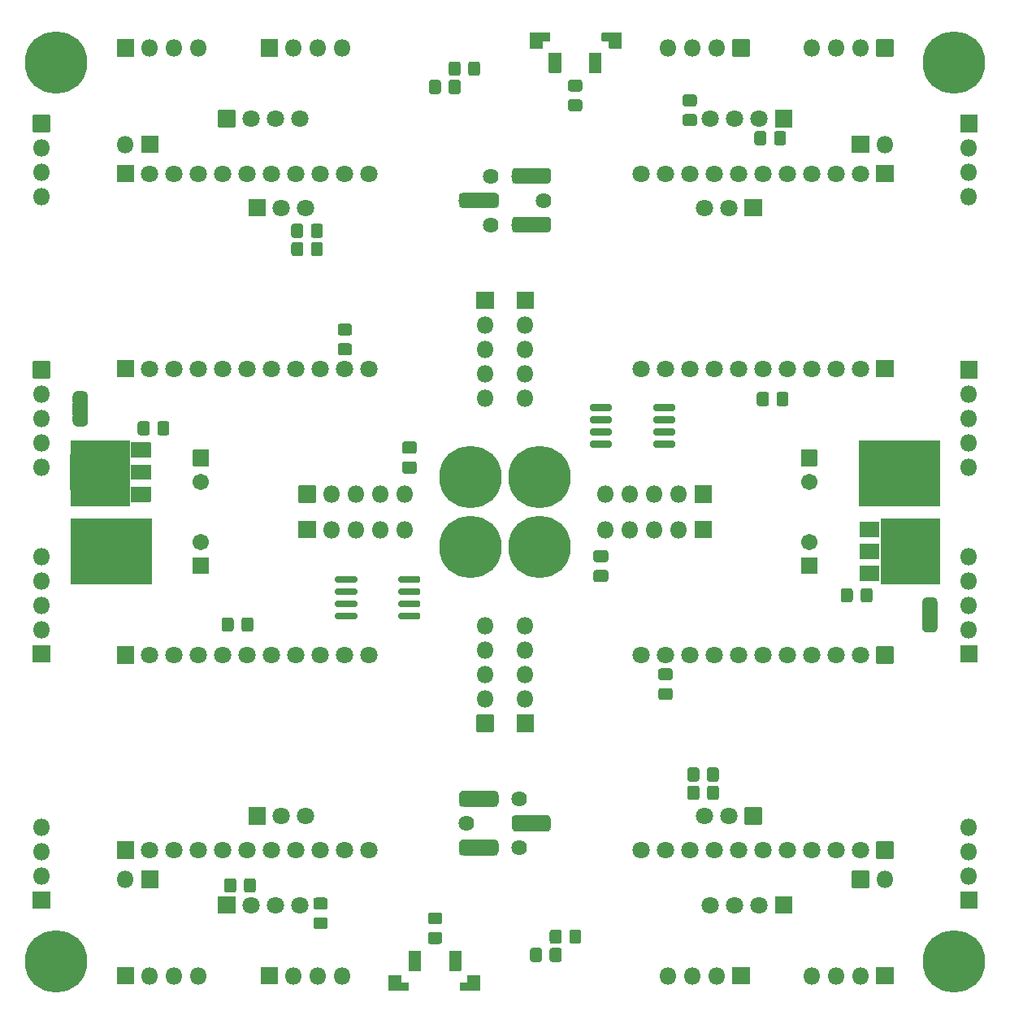
<source format=gts>
G04 #@! TF.GenerationSoftware,KiCad,Pcbnew,5.1.8-1.fc31*
G04 #@! TF.CreationDate,2021-06-10T12:46:03+02:00*
G04 #@! TF.ProjectId,LoRaWANV2_panelized,4c6f5261-5741-44e5-9632-5f70616e656c,rev?*
G04 #@! TF.SameCoordinates,Original*
G04 #@! TF.FileFunction,Soldermask,Top*
G04 #@! TF.FilePolarity,Negative*
%FSLAX46Y46*%
G04 Gerber Fmt 4.6, Leading zero omitted, Abs format (unit mm)*
G04 Created by KiCad (PCBNEW 5.1.8-1.fc31) date 2021-06-10 12:46:03*
%MOMM*%
%LPD*%
G01*
G04 APERTURE LIST*
%ADD10C,0.100000*%
%ADD11C,1.626000*%
%ADD12O,1.802000X1.802000*%
%ADD13C,1.802000*%
%ADD14C,6.502000*%
%ADD15C,1.702000*%
G04 APERTURE END LIST*
D10*
G36*
X48895000Y-87376000D02*
G01*
X42799000Y-87376000D01*
X42799000Y-80645000D01*
X48895000Y-80645000D01*
X48895000Y-87376000D01*
G37*
X48895000Y-87376000D02*
X42799000Y-87376000D01*
X42799000Y-80645000D01*
X48895000Y-80645000D01*
X48895000Y-87376000D01*
G36*
X133350000Y-87376000D02*
G01*
X124968000Y-87376000D01*
X124968000Y-80645000D01*
X133350000Y-80645000D01*
X133350000Y-87376000D01*
G37*
X133350000Y-87376000D02*
X124968000Y-87376000D01*
X124968000Y-80645000D01*
X133350000Y-80645000D01*
X133350000Y-87376000D01*
G36*
X133350000Y-95504000D02*
G01*
X127254000Y-95504000D01*
X127254000Y-88773000D01*
X133350000Y-88773000D01*
X133350000Y-95504000D01*
G37*
X133350000Y-95504000D02*
X127254000Y-95504000D01*
X127254000Y-88773000D01*
X133350000Y-88773000D01*
X133350000Y-95504000D01*
G36*
X51181000Y-95504000D02*
G01*
X42799000Y-95504000D01*
X42799000Y-88773000D01*
X51181000Y-88773000D01*
X51181000Y-95504000D01*
G37*
X51181000Y-95504000D02*
X42799000Y-95504000D01*
X42799000Y-88773000D01*
X51181000Y-88773000D01*
X51181000Y-95504000D01*
G36*
X48895000Y-87376000D02*
G01*
X42799000Y-87376000D01*
X42799000Y-80645000D01*
X48895000Y-80645000D01*
X48895000Y-87376000D01*
G37*
X48895000Y-87376000D02*
X42799000Y-87376000D01*
X42799000Y-80645000D01*
X48895000Y-80645000D01*
X48895000Y-87376000D01*
G36*
X133350000Y-87376000D02*
G01*
X124968000Y-87376000D01*
X124968000Y-80645000D01*
X133350000Y-80645000D01*
X133350000Y-87376000D01*
G37*
X133350000Y-87376000D02*
X124968000Y-87376000D01*
X124968000Y-80645000D01*
X133350000Y-80645000D01*
X133350000Y-87376000D01*
G36*
X133350000Y-95504000D02*
G01*
X127254000Y-95504000D01*
X127254000Y-88773000D01*
X133350000Y-88773000D01*
X133350000Y-95504000D01*
G37*
X133350000Y-95504000D02*
X127254000Y-95504000D01*
X127254000Y-88773000D01*
X133350000Y-88773000D01*
X133350000Y-95504000D01*
G36*
X51181000Y-95504000D02*
G01*
X42799000Y-95504000D01*
X42799000Y-88773000D01*
X51181000Y-88773000D01*
X51181000Y-95504000D01*
G37*
X51181000Y-95504000D02*
X42799000Y-95504000D01*
X42799000Y-88773000D01*
X51181000Y-88773000D01*
X51181000Y-95504000D01*
G04 #@! TO.C,C4*
G36*
G01*
X78609298Y-82024000D02*
X77600702Y-82024000D01*
G75*
G02*
X77329000Y-81752298I0J271702D01*
G01*
X77329000Y-81018702D01*
G75*
G02*
X77600702Y-80747000I271702J0D01*
G01*
X78609298Y-80747000D01*
G75*
G02*
X78881000Y-81018702I0J-271702D01*
G01*
X78881000Y-81752298D01*
G75*
G02*
X78609298Y-82024000I-271702J0D01*
G01*
G37*
G36*
G01*
X78609298Y-84099000D02*
X77600702Y-84099000D01*
G75*
G02*
X77329000Y-83827298I0J271702D01*
G01*
X77329000Y-83093702D01*
G75*
G02*
X77600702Y-82822000I271702J0D01*
G01*
X78609298Y-82822000D01*
G75*
G02*
X78881000Y-83093702I0J-271702D01*
G01*
X78881000Y-83827298D01*
G75*
G02*
X78609298Y-84099000I-271702J0D01*
G01*
G37*
G04 #@! TD*
G04 #@! TO.C,IR1*
G36*
G01*
X86988500Y-56439000D02*
X83699500Y-56439000D01*
G75*
G02*
X83293000Y-56032500I0J406500D01*
G01*
X83293000Y-55219500D01*
G75*
G02*
X83699500Y-54813000I406500J0D01*
G01*
X86988500Y-54813000D01*
G75*
G02*
X87395000Y-55219500I0J-406500D01*
G01*
X87395000Y-56032500D01*
G75*
G02*
X86988500Y-56439000I-406500J0D01*
G01*
G37*
D11*
X86614000Y-58166000D03*
X84074000Y-55626000D03*
X86614000Y-53086000D03*
G04 #@! TD*
D12*
G04 #@! TO.C,J4*
X56134000Y-39751000D03*
X53594000Y-39751000D03*
X51054000Y-39751000D03*
G36*
G01*
X49364000Y-40652000D02*
X47664000Y-40652000D01*
G75*
G02*
X47613000Y-40601000I0J51000D01*
G01*
X47613000Y-38901000D01*
G75*
G02*
X47664000Y-38850000I51000J0D01*
G01*
X49364000Y-38850000D01*
G75*
G02*
X49415000Y-38901000I0J-51000D01*
G01*
X49415000Y-40601000D01*
G75*
G02*
X49364000Y-40652000I-51000J0D01*
G01*
G37*
G04 #@! TD*
G04 #@! TO.C,U3*
G36*
G01*
X51166000Y-85497000D02*
X51166000Y-86997000D01*
G75*
G02*
X51115000Y-87048000I-51000J0D01*
G01*
X49115000Y-87048000D01*
G75*
G02*
X49064000Y-86997000I0J51000D01*
G01*
X49064000Y-85497000D01*
G75*
G02*
X49115000Y-85446000I51000J0D01*
G01*
X51115000Y-85446000D01*
G75*
G02*
X51166000Y-85497000I0J-51000D01*
G01*
G37*
G36*
G01*
X51166000Y-80897000D02*
X51166000Y-82397000D01*
G75*
G02*
X51115000Y-82448000I-51000J0D01*
G01*
X49115000Y-82448000D01*
G75*
G02*
X49064000Y-82397000I0J51000D01*
G01*
X49064000Y-80897000D01*
G75*
G02*
X49115000Y-80846000I51000J0D01*
G01*
X51115000Y-80846000D01*
G75*
G02*
X51166000Y-80897000I0J-51000D01*
G01*
G37*
G36*
G01*
X51166000Y-83197000D02*
X51166000Y-84697000D01*
G75*
G02*
X51115000Y-84748000I-51000J0D01*
G01*
X49115000Y-84748000D01*
G75*
G02*
X49064000Y-84697000I0J51000D01*
G01*
X49064000Y-83197000D01*
G75*
G02*
X49115000Y-83146000I51000J0D01*
G01*
X51115000Y-83146000D01*
G75*
G02*
X51166000Y-83197000I0J-51000D01*
G01*
G37*
G36*
G01*
X44866000Y-82047000D02*
X44866000Y-85847000D01*
G75*
G02*
X44815000Y-85898000I-51000J0D01*
G01*
X42815000Y-85898000D01*
G75*
G02*
X42764000Y-85847000I0J51000D01*
G01*
X42764000Y-82047000D01*
G75*
G02*
X42815000Y-81996000I51000J0D01*
G01*
X44815000Y-81996000D01*
G75*
G02*
X44866000Y-82047000I0J-51000D01*
G01*
G37*
G04 #@! TD*
D13*
G04 #@! TO.C,U4*
X73914000Y-52832000D03*
X71374000Y-52832000D03*
X68834000Y-52832000D03*
X66294000Y-52832000D03*
X61214000Y-52832000D03*
X63754000Y-52832000D03*
X58674000Y-52832000D03*
X56134000Y-52832000D03*
X51054000Y-52832000D03*
X53594000Y-52832000D03*
G36*
G01*
X47664000Y-51931000D02*
X49364000Y-51931000D01*
G75*
G02*
X49415000Y-51982000I0J-51000D01*
G01*
X49415000Y-53682000D01*
G75*
G02*
X49364000Y-53733000I-51000J0D01*
G01*
X47664000Y-53733000D01*
G75*
G02*
X47613000Y-53682000I0J51000D01*
G01*
X47613000Y-51982000D01*
G75*
G02*
X47664000Y-51931000I51000J0D01*
G01*
G37*
G36*
G01*
X47664000Y-72251000D02*
X49364000Y-72251000D01*
G75*
G02*
X49415000Y-72302000I0J-51000D01*
G01*
X49415000Y-74002000D01*
G75*
G02*
X49364000Y-74053000I-51000J0D01*
G01*
X47664000Y-74053000D01*
G75*
G02*
X47613000Y-74002000I0J51000D01*
G01*
X47613000Y-72302000D01*
G75*
G02*
X47664000Y-72251000I51000J0D01*
G01*
G37*
X51054000Y-73152000D03*
X53594000Y-73152000D03*
X56134000Y-73152000D03*
X58674000Y-73152000D03*
X61214000Y-73152000D03*
X63754000Y-73152000D03*
X66294000Y-73152000D03*
X68834000Y-73152000D03*
X71374000Y-73152000D03*
X73914000Y-73152000D03*
G04 #@! TD*
G04 #@! TO.C,R8*
G36*
G01*
X67038000Y-58322172D02*
X67038000Y-59279828D01*
G75*
G02*
X66765828Y-59552000I-272172J0D01*
G01*
X66058172Y-59552000D01*
G75*
G02*
X65786000Y-59279828I0J272172D01*
G01*
X65786000Y-58322172D01*
G75*
G02*
X66058172Y-58050000I272172J0D01*
G01*
X66765828Y-58050000D01*
G75*
G02*
X67038000Y-58322172I0J-272172D01*
G01*
G37*
G36*
G01*
X69088000Y-58322172D02*
X69088000Y-59279828D01*
G75*
G02*
X68815828Y-59552000I-272172J0D01*
G01*
X68108172Y-59552000D01*
G75*
G02*
X67836000Y-59279828I0J272172D01*
G01*
X67836000Y-58322172D01*
G75*
G02*
X68108172Y-58050000I272172J0D01*
G01*
X68815828Y-58050000D01*
G75*
G02*
X69088000Y-58322172I0J-272172D01*
G01*
G37*
G04 #@! TD*
G04 #@! TO.C,R7*
G36*
G01*
X67047000Y-60227172D02*
X67047000Y-61184828D01*
G75*
G02*
X66774828Y-61457000I-272172J0D01*
G01*
X66067172Y-61457000D01*
G75*
G02*
X65795000Y-61184828I0J272172D01*
G01*
X65795000Y-60227172D01*
G75*
G02*
X66067172Y-59955000I272172J0D01*
G01*
X66774828Y-59955000D01*
G75*
G02*
X67047000Y-60227172I0J-272172D01*
G01*
G37*
G36*
G01*
X69097000Y-60227172D02*
X69097000Y-61184828D01*
G75*
G02*
X68824828Y-61457000I-272172J0D01*
G01*
X68117172Y-61457000D01*
G75*
G02*
X67845000Y-61184828I0J272172D01*
G01*
X67845000Y-60227172D01*
G75*
G02*
X68117172Y-59955000I272172J0D01*
G01*
X68824828Y-59955000D01*
G75*
G02*
X69097000Y-60227172I0J-272172D01*
G01*
G37*
G04 #@! TD*
D12*
G04 #@! TO.C,J7*
X85979000Y-76200000D03*
X85979000Y-73660000D03*
X85979000Y-71120000D03*
X85979000Y-68580000D03*
G36*
G01*
X85078000Y-66890000D02*
X85078000Y-65190000D01*
G75*
G02*
X85129000Y-65139000I51000J0D01*
G01*
X86829000Y-65139000D01*
G75*
G02*
X86880000Y-65190000I0J-51000D01*
G01*
X86880000Y-66890000D01*
G75*
G02*
X86829000Y-66941000I-51000J0D01*
G01*
X85129000Y-66941000D01*
G75*
G02*
X85078000Y-66890000I0J51000D01*
G01*
G37*
G04 #@! TD*
G04 #@! TO.C,J6*
X39751000Y-83439000D03*
X39751000Y-80899000D03*
X39751000Y-78359000D03*
X39751000Y-75819000D03*
G36*
G01*
X38850000Y-74129000D02*
X38850000Y-72429000D01*
G75*
G02*
X38901000Y-72378000I51000J0D01*
G01*
X40601000Y-72378000D01*
G75*
G02*
X40652000Y-72429000I0J-51000D01*
G01*
X40652000Y-74129000D01*
G75*
G02*
X40601000Y-74180000I-51000J0D01*
G01*
X38901000Y-74180000D01*
G75*
G02*
X38850000Y-74129000I0J51000D01*
G01*
G37*
G04 #@! TD*
D13*
G04 #@! TO.C,U1*
X66675000Y-47117000D03*
X64135000Y-47117000D03*
X61595000Y-47117000D03*
G36*
G01*
X58154000Y-47967000D02*
X58154000Y-46267000D01*
G75*
G02*
X58205000Y-46216000I51000J0D01*
G01*
X59905000Y-46216000D01*
G75*
G02*
X59956000Y-46267000I0J-51000D01*
G01*
X59956000Y-47967000D01*
G75*
G02*
X59905000Y-48018000I-51000J0D01*
G01*
X58205000Y-48018000D01*
G75*
G02*
X58154000Y-47967000I0J51000D01*
G01*
G37*
G04 #@! TD*
G04 #@! TO.C,R6*
G36*
G01*
X71852828Y-69714000D02*
X70895172Y-69714000D01*
G75*
G02*
X70623000Y-69441828I0J272172D01*
G01*
X70623000Y-68734172D01*
G75*
G02*
X70895172Y-68462000I272172J0D01*
G01*
X71852828Y-68462000D01*
G75*
G02*
X72125000Y-68734172I0J-272172D01*
G01*
X72125000Y-69441828D01*
G75*
G02*
X71852828Y-69714000I-272172J0D01*
G01*
G37*
G36*
G01*
X71852828Y-71764000D02*
X70895172Y-71764000D01*
G75*
G02*
X70623000Y-71491828I0J272172D01*
G01*
X70623000Y-70784172D01*
G75*
G02*
X70895172Y-70512000I272172J0D01*
G01*
X71852828Y-70512000D01*
G75*
G02*
X72125000Y-70784172I0J-272172D01*
G01*
X72125000Y-71491828D01*
G75*
G02*
X71852828Y-71764000I-272172J0D01*
G01*
G37*
G04 #@! TD*
G04 #@! TO.C,R2*
G36*
G01*
X81389000Y-43336172D02*
X81389000Y-44293828D01*
G75*
G02*
X81116828Y-44566000I-272172J0D01*
G01*
X80409172Y-44566000D01*
G75*
G02*
X80137000Y-44293828I0J272172D01*
G01*
X80137000Y-43336172D01*
G75*
G02*
X80409172Y-43064000I272172J0D01*
G01*
X81116828Y-43064000D01*
G75*
G02*
X81389000Y-43336172I0J-272172D01*
G01*
G37*
G36*
G01*
X83439000Y-43336172D02*
X83439000Y-44293828D01*
G75*
G02*
X83166828Y-44566000I-272172J0D01*
G01*
X82459172Y-44566000D01*
G75*
G02*
X82187000Y-44293828I0J272172D01*
G01*
X82187000Y-43336172D01*
G75*
G02*
X82459172Y-43064000I272172J0D01*
G01*
X83166828Y-43064000D01*
G75*
G02*
X83439000Y-43336172I0J-272172D01*
G01*
G37*
G04 #@! TD*
G04 #@! TO.C,R1*
G36*
G01*
X83430000Y-41431172D02*
X83430000Y-42388828D01*
G75*
G02*
X83157828Y-42661000I-272172J0D01*
G01*
X82450172Y-42661000D01*
G75*
G02*
X82178000Y-42388828I0J272172D01*
G01*
X82178000Y-41431172D01*
G75*
G02*
X82450172Y-41159000I272172J0D01*
G01*
X83157828Y-41159000D01*
G75*
G02*
X83430000Y-41431172I0J-272172D01*
G01*
G37*
G36*
G01*
X85480000Y-41431172D02*
X85480000Y-42388828D01*
G75*
G02*
X85207828Y-42661000I-272172J0D01*
G01*
X84500172Y-42661000D01*
G75*
G02*
X84228000Y-42388828I0J272172D01*
G01*
X84228000Y-41431172D01*
G75*
G02*
X84500172Y-41159000I272172J0D01*
G01*
X85207828Y-41159000D01*
G75*
G02*
X85480000Y-41431172I0J-272172D01*
G01*
G37*
G04 #@! TD*
G04 #@! TO.C,JP1*
G36*
G01*
X44565000Y-77894000D02*
X43065000Y-77894000D01*
G75*
G02*
X43014000Y-77843000I0J51000D01*
G01*
X43014000Y-76843000D01*
G75*
G02*
X43065000Y-76792000I51000J0D01*
G01*
X44565000Y-76792000D01*
G75*
G02*
X44616000Y-76843000I0J-51000D01*
G01*
X44616000Y-77843000D01*
G75*
G02*
X44565000Y-77894000I-51000J0D01*
G01*
G37*
D10*
G36*
X43014602Y-76036888D02*
G01*
X43014602Y-76018466D01*
X43014848Y-76013467D01*
X43019658Y-75964636D01*
X43020392Y-75959686D01*
X43029964Y-75911561D01*
X43031180Y-75906705D01*
X43045424Y-75859750D01*
X43047110Y-75855039D01*
X43065887Y-75809706D01*
X43068027Y-75805180D01*
X43091158Y-75761907D01*
X43093731Y-75757616D01*
X43120991Y-75716817D01*
X43123973Y-75712796D01*
X43155101Y-75674867D01*
X43158462Y-75671159D01*
X43193159Y-75636462D01*
X43196867Y-75633101D01*
X43234796Y-75601973D01*
X43238817Y-75598991D01*
X43279616Y-75571731D01*
X43283907Y-75569158D01*
X43327180Y-75546027D01*
X43331706Y-75543887D01*
X43377039Y-75525110D01*
X43381750Y-75523424D01*
X43428705Y-75509180D01*
X43433561Y-75507964D01*
X43481686Y-75498392D01*
X43486636Y-75497658D01*
X43535467Y-75492848D01*
X43540466Y-75492602D01*
X43558888Y-75492602D01*
X43565000Y-75492000D01*
X44065000Y-75492000D01*
X44071112Y-75492602D01*
X44089534Y-75492602D01*
X44094533Y-75492848D01*
X44143364Y-75497658D01*
X44148314Y-75498392D01*
X44196439Y-75507964D01*
X44201295Y-75509180D01*
X44248250Y-75523424D01*
X44252961Y-75525110D01*
X44298294Y-75543887D01*
X44302820Y-75546027D01*
X44346093Y-75569158D01*
X44350384Y-75571731D01*
X44391183Y-75598991D01*
X44395204Y-75601973D01*
X44433133Y-75633101D01*
X44436841Y-75636462D01*
X44471538Y-75671159D01*
X44474899Y-75674867D01*
X44506027Y-75712796D01*
X44509009Y-75716817D01*
X44536269Y-75757616D01*
X44538842Y-75761907D01*
X44561973Y-75805180D01*
X44564113Y-75809706D01*
X44582890Y-75855039D01*
X44584576Y-75859750D01*
X44598820Y-75906705D01*
X44600036Y-75911561D01*
X44609608Y-75959686D01*
X44610342Y-75964636D01*
X44615152Y-76013467D01*
X44615398Y-76018466D01*
X44615398Y-76036888D01*
X44616000Y-76043000D01*
X44616000Y-76593000D01*
X44615020Y-76602950D01*
X44612118Y-76612517D01*
X44607405Y-76621334D01*
X44601062Y-76629062D01*
X44593334Y-76635405D01*
X44584517Y-76640118D01*
X44574950Y-76643020D01*
X44565000Y-76644000D01*
X43065000Y-76644000D01*
X43055050Y-76643020D01*
X43045483Y-76640118D01*
X43036666Y-76635405D01*
X43028938Y-76629062D01*
X43022595Y-76621334D01*
X43017882Y-76612517D01*
X43014980Y-76602950D01*
X43014000Y-76593000D01*
X43014000Y-76043000D01*
X43014602Y-76036888D01*
G37*
G36*
X43014980Y-78083050D02*
G01*
X43017882Y-78073483D01*
X43022595Y-78064666D01*
X43028938Y-78056938D01*
X43036666Y-78050595D01*
X43045483Y-78045882D01*
X43055050Y-78042980D01*
X43065000Y-78042000D01*
X44565000Y-78042000D01*
X44574950Y-78042980D01*
X44584517Y-78045882D01*
X44593334Y-78050595D01*
X44601062Y-78056938D01*
X44607405Y-78064666D01*
X44612118Y-78073483D01*
X44615020Y-78083050D01*
X44616000Y-78093000D01*
X44616000Y-78643000D01*
X44615398Y-78649112D01*
X44615398Y-78667534D01*
X44615152Y-78672533D01*
X44610342Y-78721364D01*
X44609608Y-78726314D01*
X44600036Y-78774439D01*
X44598820Y-78779295D01*
X44584576Y-78826250D01*
X44582890Y-78830961D01*
X44564113Y-78876294D01*
X44561973Y-78880820D01*
X44538842Y-78924093D01*
X44536269Y-78928384D01*
X44509009Y-78969183D01*
X44506027Y-78973204D01*
X44474899Y-79011133D01*
X44471538Y-79014841D01*
X44436841Y-79049538D01*
X44433133Y-79052899D01*
X44395204Y-79084027D01*
X44391183Y-79087009D01*
X44350384Y-79114269D01*
X44346093Y-79116842D01*
X44302820Y-79139973D01*
X44298294Y-79142113D01*
X44252961Y-79160890D01*
X44248250Y-79162576D01*
X44201295Y-79176820D01*
X44196439Y-79178036D01*
X44148314Y-79187608D01*
X44143364Y-79188342D01*
X44094533Y-79193152D01*
X44089534Y-79193398D01*
X44071112Y-79193398D01*
X44065000Y-79194000D01*
X43565000Y-79194000D01*
X43558888Y-79193398D01*
X43540466Y-79193398D01*
X43535467Y-79193152D01*
X43486636Y-79188342D01*
X43481686Y-79187608D01*
X43433561Y-79178036D01*
X43428705Y-79176820D01*
X43381750Y-79162576D01*
X43377039Y-79160890D01*
X43331706Y-79142113D01*
X43327180Y-79139973D01*
X43283907Y-79116842D01*
X43279616Y-79114269D01*
X43238817Y-79087009D01*
X43234796Y-79084027D01*
X43196867Y-79052899D01*
X43193159Y-79049538D01*
X43158462Y-79014841D01*
X43155101Y-79011133D01*
X43123973Y-78973204D01*
X43120991Y-78969183D01*
X43093731Y-78928384D01*
X43091158Y-78924093D01*
X43068027Y-78880820D01*
X43065887Y-78876294D01*
X43047110Y-78830961D01*
X43045424Y-78826250D01*
X43031180Y-78779295D01*
X43029964Y-78774439D01*
X43020392Y-78726314D01*
X43019658Y-78721364D01*
X43014848Y-78672533D01*
X43014602Y-78667534D01*
X43014602Y-78649112D01*
X43014000Y-78643000D01*
X43014000Y-78093000D01*
X43014980Y-78083050D01*
G37*
G04 #@! TD*
D12*
G04 #@! TO.C,J5*
X77597000Y-86233000D03*
X75057000Y-86233000D03*
X72517000Y-86233000D03*
X69977000Y-86233000D03*
G36*
G01*
X68287000Y-87134000D02*
X66587000Y-87134000D01*
G75*
G02*
X66536000Y-87083000I0J51000D01*
G01*
X66536000Y-85383000D01*
G75*
G02*
X66587000Y-85332000I51000J0D01*
G01*
X68287000Y-85332000D01*
G75*
G02*
X68338000Y-85383000I0J-51000D01*
G01*
X68338000Y-87083000D01*
G75*
G02*
X68287000Y-87134000I-51000J0D01*
G01*
G37*
G04 #@! TD*
G04 #@! TO.C,J3*
X39751000Y-55245000D03*
X39751000Y-52705000D03*
X39751000Y-50165000D03*
G36*
G01*
X38850000Y-48475000D02*
X38850000Y-46775000D01*
G75*
G02*
X38901000Y-46724000I51000J0D01*
G01*
X40601000Y-46724000D01*
G75*
G02*
X40652000Y-46775000I0J-51000D01*
G01*
X40652000Y-48475000D01*
G75*
G02*
X40601000Y-48526000I-51000J0D01*
G01*
X38901000Y-48526000D01*
G75*
G02*
X38850000Y-48475000I0J51000D01*
G01*
G37*
G04 #@! TD*
G04 #@! TO.C,J2*
X48514000Y-49784000D03*
G36*
G01*
X51904000Y-50685000D02*
X50204000Y-50685000D01*
G75*
G02*
X50153000Y-50634000I0J51000D01*
G01*
X50153000Y-48934000D01*
G75*
G02*
X50204000Y-48883000I51000J0D01*
G01*
X51904000Y-48883000D01*
G75*
G02*
X51955000Y-48934000I0J-51000D01*
G01*
X51955000Y-50634000D01*
G75*
G02*
X51904000Y-50685000I-51000J0D01*
G01*
G37*
G04 #@! TD*
G04 #@! TO.C,J1*
X71120000Y-39751000D03*
X68580000Y-39751000D03*
X66040000Y-39751000D03*
G36*
G01*
X64350000Y-40652000D02*
X62650000Y-40652000D01*
G75*
G02*
X62599000Y-40601000I0J51000D01*
G01*
X62599000Y-38901000D01*
G75*
G02*
X62650000Y-38850000I51000J0D01*
G01*
X64350000Y-38850000D01*
G75*
G02*
X64401000Y-38901000I0J-51000D01*
G01*
X64401000Y-40601000D01*
G75*
G02*
X64350000Y-40652000I-51000J0D01*
G01*
G37*
G04 #@! TD*
D13*
G04 #@! TO.C,IR2*
X67310000Y-56388000D03*
X64770000Y-56388000D03*
G36*
G01*
X61329000Y-57238000D02*
X61329000Y-55538000D01*
G75*
G02*
X61380000Y-55487000I51000J0D01*
G01*
X63080000Y-55487000D01*
G75*
G02*
X63131000Y-55538000I0J-51000D01*
G01*
X63131000Y-57238000D01*
G75*
G02*
X63080000Y-57289000I-51000J0D01*
G01*
X61380000Y-57289000D01*
G75*
G02*
X61329000Y-57238000I0J51000D01*
G01*
G37*
G04 #@! TD*
D14*
G04 #@! TO.C,H2*
X84455000Y-84455000D03*
G04 #@! TD*
G04 #@! TO.C,H1*
X41275000Y-41275000D03*
G04 #@! TD*
D15*
G04 #@! TO.C,C3*
X56388000Y-84963000D03*
G36*
G01*
X55588000Y-81612000D02*
X57188000Y-81612000D01*
G75*
G02*
X57239000Y-81663000I0J-51000D01*
G01*
X57239000Y-83263000D01*
G75*
G02*
X57188000Y-83314000I-51000J0D01*
G01*
X55588000Y-83314000D01*
G75*
G02*
X55537000Y-83263000I0J51000D01*
G01*
X55537000Y-81663000D01*
G75*
G02*
X55588000Y-81612000I51000J0D01*
G01*
G37*
G04 #@! TD*
G04 #@! TO.C,C2*
G36*
G01*
X51843000Y-79853828D02*
X51843000Y-78896172D01*
G75*
G02*
X52115172Y-78624000I272172J0D01*
G01*
X52822828Y-78624000D01*
G75*
G02*
X53095000Y-78896172I0J-272172D01*
G01*
X53095000Y-79853828D01*
G75*
G02*
X52822828Y-80126000I-272172J0D01*
G01*
X52115172Y-80126000D01*
G75*
G02*
X51843000Y-79853828I0J272172D01*
G01*
G37*
G36*
G01*
X49793000Y-79853828D02*
X49793000Y-78896172D01*
G75*
G02*
X50065172Y-78624000I272172J0D01*
G01*
X50772828Y-78624000D01*
G75*
G02*
X51045000Y-78896172I0J-272172D01*
G01*
X51045000Y-79853828D01*
G75*
G02*
X50772828Y-80126000I-272172J0D01*
G01*
X50065172Y-80126000D01*
G75*
G02*
X49793000Y-79853828I0J272172D01*
G01*
G37*
G04 #@! TD*
G04 #@! TO.C,IR1*
G36*
G01*
X92449500Y-53899000D02*
X89160500Y-53899000D01*
G75*
G02*
X88754000Y-53492500I0J406500D01*
G01*
X88754000Y-52679500D01*
G75*
G02*
X89160500Y-52273000I406500J0D01*
G01*
X92449500Y-52273000D01*
G75*
G02*
X92856000Y-52679500I0J-406500D01*
G01*
X92856000Y-53492500D01*
G75*
G02*
X92449500Y-53899000I-406500J0D01*
G01*
G37*
G36*
G01*
X92449500Y-58979000D02*
X89160500Y-58979000D01*
G75*
G02*
X88754000Y-58572500I0J406500D01*
G01*
X88754000Y-57759500D01*
G75*
G02*
X89160500Y-57353000I406500J0D01*
G01*
X92449500Y-57353000D01*
G75*
G02*
X92856000Y-57759500I0J-406500D01*
G01*
X92856000Y-58572500D01*
G75*
G02*
X92449500Y-58979000I-406500J0D01*
G01*
G37*
D11*
X89535000Y-58166000D03*
X92075000Y-55626000D03*
X89535000Y-53086000D03*
G04 #@! TD*
D12*
G04 #@! TO.C,J4*
X120015000Y-39751000D03*
X122555000Y-39751000D03*
X125095000Y-39751000D03*
G36*
G01*
X128485000Y-40652000D02*
X126785000Y-40652000D01*
G75*
G02*
X126734000Y-40601000I0J51000D01*
G01*
X126734000Y-38901000D01*
G75*
G02*
X126785000Y-38850000I51000J0D01*
G01*
X128485000Y-38850000D01*
G75*
G02*
X128536000Y-38901000I0J-51000D01*
G01*
X128536000Y-40601000D01*
G75*
G02*
X128485000Y-40652000I-51000J0D01*
G01*
G37*
G04 #@! TD*
D13*
G04 #@! TO.C,U4*
X102235000Y-52832000D03*
X104775000Y-52832000D03*
X107315000Y-52832000D03*
X109855000Y-52832000D03*
X114935000Y-52832000D03*
X112395000Y-52832000D03*
X117475000Y-52832000D03*
X120015000Y-52832000D03*
X125095000Y-52832000D03*
X122555000Y-52832000D03*
G36*
G01*
X126785000Y-51931000D02*
X128485000Y-51931000D01*
G75*
G02*
X128536000Y-51982000I0J-51000D01*
G01*
X128536000Y-53682000D01*
G75*
G02*
X128485000Y-53733000I-51000J0D01*
G01*
X126785000Y-53733000D01*
G75*
G02*
X126734000Y-53682000I0J51000D01*
G01*
X126734000Y-51982000D01*
G75*
G02*
X126785000Y-51931000I51000J0D01*
G01*
G37*
G36*
G01*
X126785000Y-72251000D02*
X128485000Y-72251000D01*
G75*
G02*
X128536000Y-72302000I0J-51000D01*
G01*
X128536000Y-74002000D01*
G75*
G02*
X128485000Y-74053000I-51000J0D01*
G01*
X126785000Y-74053000D01*
G75*
G02*
X126734000Y-74002000I0J51000D01*
G01*
X126734000Y-72302000D01*
G75*
G02*
X126785000Y-72251000I51000J0D01*
G01*
G37*
X125095000Y-73152000D03*
X122555000Y-73152000D03*
X120015000Y-73152000D03*
X117475000Y-73152000D03*
X114935000Y-73152000D03*
X112395000Y-73152000D03*
X109855000Y-73152000D03*
X107315000Y-73152000D03*
X104775000Y-73152000D03*
X102235000Y-73152000D03*
G04 #@! TD*
D12*
G04 #@! TO.C,J7*
X90170000Y-76200000D03*
X90170000Y-73660000D03*
X90170000Y-71120000D03*
X90170000Y-68580000D03*
G36*
G01*
X91071000Y-65190000D02*
X91071000Y-66890000D01*
G75*
G02*
X91020000Y-66941000I-51000J0D01*
G01*
X89320000Y-66941000D01*
G75*
G02*
X89269000Y-66890000I0J51000D01*
G01*
X89269000Y-65190000D01*
G75*
G02*
X89320000Y-65139000I51000J0D01*
G01*
X91020000Y-65139000D01*
G75*
G02*
X91071000Y-65190000I0J-51000D01*
G01*
G37*
G04 #@! TD*
G04 #@! TO.C,J6*
X136398000Y-83439000D03*
X136398000Y-80899000D03*
X136398000Y-78359000D03*
X136398000Y-75819000D03*
G36*
G01*
X137299000Y-72429000D02*
X137299000Y-74129000D01*
G75*
G02*
X137248000Y-74180000I-51000J0D01*
G01*
X135548000Y-74180000D01*
G75*
G02*
X135497000Y-74129000I0J51000D01*
G01*
X135497000Y-72429000D01*
G75*
G02*
X135548000Y-72378000I51000J0D01*
G01*
X137248000Y-72378000D01*
G75*
G02*
X137299000Y-72429000I0J-51000D01*
G01*
G37*
G04 #@! TD*
G04 #@! TO.C,U2*
G36*
G01*
X99195000Y-80850500D02*
X99195000Y-81201500D01*
G75*
G02*
X99019500Y-81377000I-175500J0D01*
G01*
X97068500Y-81377000D01*
G75*
G02*
X96893000Y-81201500I0J175500D01*
G01*
X96893000Y-80850500D01*
G75*
G02*
X97068500Y-80675000I175500J0D01*
G01*
X99019500Y-80675000D01*
G75*
G02*
X99195000Y-80850500I0J-175500D01*
G01*
G37*
G36*
G01*
X99195000Y-79580500D02*
X99195000Y-79931500D01*
G75*
G02*
X99019500Y-80107000I-175500J0D01*
G01*
X97068500Y-80107000D01*
G75*
G02*
X96893000Y-79931500I0J175500D01*
G01*
X96893000Y-79580500D01*
G75*
G02*
X97068500Y-79405000I175500J0D01*
G01*
X99019500Y-79405000D01*
G75*
G02*
X99195000Y-79580500I0J-175500D01*
G01*
G37*
G36*
G01*
X99195000Y-78310500D02*
X99195000Y-78661500D01*
G75*
G02*
X99019500Y-78837000I-175500J0D01*
G01*
X97068500Y-78837000D01*
G75*
G02*
X96893000Y-78661500I0J175500D01*
G01*
X96893000Y-78310500D01*
G75*
G02*
X97068500Y-78135000I175500J0D01*
G01*
X99019500Y-78135000D01*
G75*
G02*
X99195000Y-78310500I0J-175500D01*
G01*
G37*
G36*
G01*
X99195000Y-77040500D02*
X99195000Y-77391500D01*
G75*
G02*
X99019500Y-77567000I-175500J0D01*
G01*
X97068500Y-77567000D01*
G75*
G02*
X96893000Y-77391500I0J175500D01*
G01*
X96893000Y-77040500D01*
G75*
G02*
X97068500Y-76865000I175500J0D01*
G01*
X99019500Y-76865000D01*
G75*
G02*
X99195000Y-77040500I0J-175500D01*
G01*
G37*
G36*
G01*
X105795000Y-77040500D02*
X105795000Y-77391500D01*
G75*
G02*
X105619500Y-77567000I-175500J0D01*
G01*
X103668500Y-77567000D01*
G75*
G02*
X103493000Y-77391500I0J175500D01*
G01*
X103493000Y-77040500D01*
G75*
G02*
X103668500Y-76865000I175500J0D01*
G01*
X105619500Y-76865000D01*
G75*
G02*
X105795000Y-77040500I0J-175500D01*
G01*
G37*
G36*
G01*
X105795000Y-78310500D02*
X105795000Y-78661500D01*
G75*
G02*
X105619500Y-78837000I-175500J0D01*
G01*
X103668500Y-78837000D01*
G75*
G02*
X103493000Y-78661500I0J175500D01*
G01*
X103493000Y-78310500D01*
G75*
G02*
X103668500Y-78135000I175500J0D01*
G01*
X105619500Y-78135000D01*
G75*
G02*
X105795000Y-78310500I0J-175500D01*
G01*
G37*
G36*
G01*
X105795000Y-79580500D02*
X105795000Y-79931500D01*
G75*
G02*
X105619500Y-80107000I-175500J0D01*
G01*
X103668500Y-80107000D01*
G75*
G02*
X103493000Y-79931500I0J175500D01*
G01*
X103493000Y-79580500D01*
G75*
G02*
X103668500Y-79405000I175500J0D01*
G01*
X105619500Y-79405000D01*
G75*
G02*
X105795000Y-79580500I0J-175500D01*
G01*
G37*
G36*
G01*
X105795000Y-80850500D02*
X105795000Y-81201500D01*
G75*
G02*
X105619500Y-81377000I-175500J0D01*
G01*
X103668500Y-81377000D01*
G75*
G02*
X103493000Y-81201500I0J175500D01*
G01*
X103493000Y-80850500D01*
G75*
G02*
X103668500Y-80675000I175500J0D01*
G01*
X105619500Y-80675000D01*
G75*
G02*
X105795000Y-80850500I0J-175500D01*
G01*
G37*
G04 #@! TD*
D13*
G04 #@! TO.C,U1*
X109474000Y-47117000D03*
X112014000Y-47117000D03*
X114554000Y-47117000D03*
G36*
G01*
X117995000Y-46267000D02*
X117995000Y-47967000D01*
G75*
G02*
X117944000Y-48018000I-51000J0D01*
G01*
X116244000Y-48018000D01*
G75*
G02*
X116193000Y-47967000I0J51000D01*
G01*
X116193000Y-46267000D01*
G75*
G02*
X116244000Y-46216000I51000J0D01*
G01*
X117944000Y-46216000D01*
G75*
G02*
X117995000Y-46267000I0J-51000D01*
G01*
G37*
G04 #@! TD*
G04 #@! TO.C,SW1*
G36*
G01*
X90643000Y-39008000D02*
X90643000Y-38208000D01*
G75*
G02*
X90694000Y-38157000I51000J0D01*
G01*
X92694000Y-38157000D01*
G75*
G02*
X92745000Y-38208000I0J-51000D01*
G01*
X92745000Y-39008000D01*
G75*
G02*
X92694000Y-39059000I-51000J0D01*
G01*
X90694000Y-39059000D01*
G75*
G02*
X90643000Y-39008000I0J51000D01*
G01*
G37*
G36*
G01*
X90627000Y-39751000D02*
X90627000Y-38227000D01*
G75*
G02*
X90678000Y-38176000I51000J0D01*
G01*
X91948000Y-38176000D01*
G75*
G02*
X91999000Y-38227000I0J-51000D01*
G01*
X91999000Y-39751000D01*
G75*
G02*
X91948000Y-39802000I-51000J0D01*
G01*
X90678000Y-39802000D01*
G75*
G02*
X90627000Y-39751000I0J51000D01*
G01*
G37*
G36*
G01*
X98136000Y-39008000D02*
X98136000Y-38208000D01*
G75*
G02*
X98187000Y-38157000I51000J0D01*
G01*
X100187000Y-38157000D01*
G75*
G02*
X100238000Y-38208000I0J-51000D01*
G01*
X100238000Y-39008000D01*
G75*
G02*
X100187000Y-39059000I-51000J0D01*
G01*
X98187000Y-39059000D01*
G75*
G02*
X98136000Y-39008000I0J51000D01*
G01*
G37*
G36*
G01*
X98882000Y-39751000D02*
X98882000Y-38227000D01*
G75*
G02*
X98933000Y-38176000I51000J0D01*
G01*
X100203000Y-38176000D01*
G75*
G02*
X100254000Y-38227000I0J-51000D01*
G01*
X100254000Y-39751000D01*
G75*
G02*
X100203000Y-39802000I-51000J0D01*
G01*
X98933000Y-39802000D01*
G75*
G02*
X98882000Y-39751000I0J51000D01*
G01*
G37*
G36*
G01*
X92626000Y-42294001D02*
X92626000Y-40293999D01*
G75*
G02*
X92676999Y-40243000I50999J0D01*
G01*
X93877001Y-40243000D01*
G75*
G02*
X93928000Y-40293999I0J-50999D01*
G01*
X93928000Y-42294001D01*
G75*
G02*
X93877001Y-42345000I-50999J0D01*
G01*
X92676999Y-42345000D01*
G75*
G02*
X92626000Y-42294001I0J50999D01*
G01*
G37*
G36*
G01*
X96826000Y-42294001D02*
X96826000Y-40293999D01*
G75*
G02*
X96876999Y-40243000I50999J0D01*
G01*
X98077001Y-40243000D01*
G75*
G02*
X98128000Y-40293999I0J-50999D01*
G01*
X98128000Y-42294001D01*
G75*
G02*
X98077001Y-42345000I-50999J0D01*
G01*
X96876999Y-42345000D01*
G75*
G02*
X96826000Y-42294001I0J50999D01*
G01*
G37*
G04 #@! TD*
G04 #@! TO.C,R5*
G36*
G01*
X115561000Y-75848172D02*
X115561000Y-76805828D01*
G75*
G02*
X115288828Y-77078000I-272172J0D01*
G01*
X114581172Y-77078000D01*
G75*
G02*
X114309000Y-76805828I0J272172D01*
G01*
X114309000Y-75848172D01*
G75*
G02*
X114581172Y-75576000I272172J0D01*
G01*
X115288828Y-75576000D01*
G75*
G02*
X115561000Y-75848172I0J-272172D01*
G01*
G37*
G36*
G01*
X117611000Y-75848172D02*
X117611000Y-76805828D01*
G75*
G02*
X117338828Y-77078000I-272172J0D01*
G01*
X116631172Y-77078000D01*
G75*
G02*
X116359000Y-76805828I0J272172D01*
G01*
X116359000Y-75848172D01*
G75*
G02*
X116631172Y-75576000I272172J0D01*
G01*
X117338828Y-75576000D01*
G75*
G02*
X117611000Y-75848172I0J-272172D01*
G01*
G37*
G04 #@! TD*
G04 #@! TO.C,R4*
G36*
G01*
X107793828Y-45838000D02*
X106836172Y-45838000D01*
G75*
G02*
X106564000Y-45565828I0J272172D01*
G01*
X106564000Y-44858172D01*
G75*
G02*
X106836172Y-44586000I272172J0D01*
G01*
X107793828Y-44586000D01*
G75*
G02*
X108066000Y-44858172I0J-272172D01*
G01*
X108066000Y-45565828D01*
G75*
G02*
X107793828Y-45838000I-272172J0D01*
G01*
G37*
G36*
G01*
X107793828Y-47888000D02*
X106836172Y-47888000D01*
G75*
G02*
X106564000Y-47615828I0J272172D01*
G01*
X106564000Y-46908172D01*
G75*
G02*
X106836172Y-46636000I272172J0D01*
G01*
X107793828Y-46636000D01*
G75*
G02*
X108066000Y-46908172I0J-272172D01*
G01*
X108066000Y-47615828D01*
G75*
G02*
X107793828Y-47888000I-272172J0D01*
G01*
G37*
G04 #@! TD*
G04 #@! TO.C,R3*
G36*
G01*
X116096000Y-49627828D02*
X116096000Y-48670172D01*
G75*
G02*
X116368172Y-48398000I272172J0D01*
G01*
X117075828Y-48398000D01*
G75*
G02*
X117348000Y-48670172I0J-272172D01*
G01*
X117348000Y-49627828D01*
G75*
G02*
X117075828Y-49900000I-272172J0D01*
G01*
X116368172Y-49900000D01*
G75*
G02*
X116096000Y-49627828I0J272172D01*
G01*
G37*
G36*
G01*
X114046000Y-49627828D02*
X114046000Y-48670172D01*
G75*
G02*
X114318172Y-48398000I272172J0D01*
G01*
X115025828Y-48398000D01*
G75*
G02*
X115298000Y-48670172I0J-272172D01*
G01*
X115298000Y-49627828D01*
G75*
G02*
X115025828Y-49900000I-272172J0D01*
G01*
X114318172Y-49900000D01*
G75*
G02*
X114046000Y-49627828I0J272172D01*
G01*
G37*
G04 #@! TD*
D12*
G04 #@! TO.C,J5*
X98552000Y-86233000D03*
X101092000Y-86233000D03*
X103632000Y-86233000D03*
X106172000Y-86233000D03*
G36*
G01*
X109562000Y-87134000D02*
X107862000Y-87134000D01*
G75*
G02*
X107811000Y-87083000I0J51000D01*
G01*
X107811000Y-85383000D01*
G75*
G02*
X107862000Y-85332000I51000J0D01*
G01*
X109562000Y-85332000D01*
G75*
G02*
X109613000Y-85383000I0J-51000D01*
G01*
X109613000Y-87083000D01*
G75*
G02*
X109562000Y-87134000I-51000J0D01*
G01*
G37*
G04 #@! TD*
G04 #@! TO.C,J3*
X136398000Y-55245000D03*
X136398000Y-52705000D03*
X136398000Y-50165000D03*
G36*
G01*
X137299000Y-46775000D02*
X137299000Y-48475000D01*
G75*
G02*
X137248000Y-48526000I-51000J0D01*
G01*
X135548000Y-48526000D01*
G75*
G02*
X135497000Y-48475000I0J51000D01*
G01*
X135497000Y-46775000D01*
G75*
G02*
X135548000Y-46724000I51000J0D01*
G01*
X137248000Y-46724000D01*
G75*
G02*
X137299000Y-46775000I0J-51000D01*
G01*
G37*
G04 #@! TD*
G04 #@! TO.C,J2*
X127635000Y-49784000D03*
G36*
G01*
X125945000Y-50685000D02*
X124245000Y-50685000D01*
G75*
G02*
X124194000Y-50634000I0J51000D01*
G01*
X124194000Y-48934000D01*
G75*
G02*
X124245000Y-48883000I51000J0D01*
G01*
X125945000Y-48883000D01*
G75*
G02*
X125996000Y-48934000I0J-51000D01*
G01*
X125996000Y-50634000D01*
G75*
G02*
X125945000Y-50685000I-51000J0D01*
G01*
G37*
G04 #@! TD*
G04 #@! TO.C,J1*
X105029000Y-39751000D03*
X107569000Y-39751000D03*
X110109000Y-39751000D03*
G36*
G01*
X113499000Y-40652000D02*
X111799000Y-40652000D01*
G75*
G02*
X111748000Y-40601000I0J51000D01*
G01*
X111748000Y-38901000D01*
G75*
G02*
X111799000Y-38850000I51000J0D01*
G01*
X113499000Y-38850000D01*
G75*
G02*
X113550000Y-38901000I0J-51000D01*
G01*
X113550000Y-40601000D01*
G75*
G02*
X113499000Y-40652000I-51000J0D01*
G01*
G37*
G04 #@! TD*
D13*
G04 #@! TO.C,IR2*
X108839000Y-56388000D03*
X111379000Y-56388000D03*
G36*
G01*
X114820000Y-55538000D02*
X114820000Y-57238000D01*
G75*
G02*
X114769000Y-57289000I-51000J0D01*
G01*
X113069000Y-57289000D01*
G75*
G02*
X113018000Y-57238000I0J51000D01*
G01*
X113018000Y-55538000D01*
G75*
G02*
X113069000Y-55487000I51000J0D01*
G01*
X114769000Y-55487000D01*
G75*
G02*
X114820000Y-55538000I0J-51000D01*
G01*
G37*
G04 #@! TD*
D14*
G04 #@! TO.C,H2*
X91694000Y-84455000D03*
G04 #@! TD*
G04 #@! TO.C,H1*
X134874000Y-41275000D03*
G04 #@! TD*
D15*
G04 #@! TO.C,C3*
X119761000Y-84963000D03*
G36*
G01*
X118961000Y-81612000D02*
X120561000Y-81612000D01*
G75*
G02*
X120612000Y-81663000I0J-51000D01*
G01*
X120612000Y-83263000D01*
G75*
G02*
X120561000Y-83314000I-51000J0D01*
G01*
X118961000Y-83314000D01*
G75*
G02*
X118910000Y-83263000I0J51000D01*
G01*
X118910000Y-81663000D01*
G75*
G02*
X118961000Y-81612000I51000J0D01*
G01*
G37*
G04 #@! TD*
G04 #@! TO.C,C1*
G36*
G01*
X94898172Y-45094000D02*
X95855828Y-45094000D01*
G75*
G02*
X96128000Y-45366172I0J-272172D01*
G01*
X96128000Y-46073828D01*
G75*
G02*
X95855828Y-46346000I-272172J0D01*
G01*
X94898172Y-46346000D01*
G75*
G02*
X94626000Y-46073828I0J272172D01*
G01*
X94626000Y-45366172D01*
G75*
G02*
X94898172Y-45094000I272172J0D01*
G01*
G37*
G36*
G01*
X94898172Y-43044000D02*
X95855828Y-43044000D01*
G75*
G02*
X96128000Y-43316172I0J-272172D01*
G01*
X96128000Y-44023828D01*
G75*
G02*
X95855828Y-44296000I-272172J0D01*
G01*
X94898172Y-44296000D01*
G75*
G02*
X94626000Y-44023828I0J272172D01*
G01*
X94626000Y-43316172D01*
G75*
G02*
X94898172Y-43044000I272172J0D01*
G01*
G37*
G04 #@! TD*
G04 #@! TO.C,C4*
G36*
G01*
X97539702Y-94125000D02*
X98548298Y-94125000D01*
G75*
G02*
X98820000Y-94396702I0J-271702D01*
G01*
X98820000Y-95130298D01*
G75*
G02*
X98548298Y-95402000I-271702J0D01*
G01*
X97539702Y-95402000D01*
G75*
G02*
X97268000Y-95130298I0J271702D01*
G01*
X97268000Y-94396702D01*
G75*
G02*
X97539702Y-94125000I271702J0D01*
G01*
G37*
G36*
G01*
X97539702Y-92050000D02*
X98548298Y-92050000D01*
G75*
G02*
X98820000Y-92321702I0J-271702D01*
G01*
X98820000Y-93055298D01*
G75*
G02*
X98548298Y-93327000I-271702J0D01*
G01*
X97539702Y-93327000D01*
G75*
G02*
X97268000Y-93055298I0J271702D01*
G01*
X97268000Y-92321702D01*
G75*
G02*
X97539702Y-92050000I271702J0D01*
G01*
G37*
G04 #@! TD*
G04 #@! TO.C,IR1*
G36*
G01*
X89160500Y-119710000D02*
X92449500Y-119710000D01*
G75*
G02*
X92856000Y-120116500I0J-406500D01*
G01*
X92856000Y-120929500D01*
G75*
G02*
X92449500Y-121336000I-406500J0D01*
G01*
X89160500Y-121336000D01*
G75*
G02*
X88754000Y-120929500I0J406500D01*
G01*
X88754000Y-120116500D01*
G75*
G02*
X89160500Y-119710000I406500J0D01*
G01*
G37*
D11*
X89535000Y-117983000D03*
X92075000Y-120523000D03*
X89535000Y-123063000D03*
G04 #@! TD*
D12*
G04 #@! TO.C,J4*
X120015000Y-136398000D03*
X122555000Y-136398000D03*
X125095000Y-136398000D03*
G36*
G01*
X126785000Y-135497000D02*
X128485000Y-135497000D01*
G75*
G02*
X128536000Y-135548000I0J-51000D01*
G01*
X128536000Y-137248000D01*
G75*
G02*
X128485000Y-137299000I-51000J0D01*
G01*
X126785000Y-137299000D01*
G75*
G02*
X126734000Y-137248000I0J51000D01*
G01*
X126734000Y-135548000D01*
G75*
G02*
X126785000Y-135497000I51000J0D01*
G01*
G37*
G04 #@! TD*
G04 #@! TO.C,U3*
G36*
G01*
X124983000Y-90652000D02*
X124983000Y-89152000D01*
G75*
G02*
X125034000Y-89101000I51000J0D01*
G01*
X127034000Y-89101000D01*
G75*
G02*
X127085000Y-89152000I0J-51000D01*
G01*
X127085000Y-90652000D01*
G75*
G02*
X127034000Y-90703000I-51000J0D01*
G01*
X125034000Y-90703000D01*
G75*
G02*
X124983000Y-90652000I0J51000D01*
G01*
G37*
G36*
G01*
X124983000Y-95252000D02*
X124983000Y-93752000D01*
G75*
G02*
X125034000Y-93701000I51000J0D01*
G01*
X127034000Y-93701000D01*
G75*
G02*
X127085000Y-93752000I0J-51000D01*
G01*
X127085000Y-95252000D01*
G75*
G02*
X127034000Y-95303000I-51000J0D01*
G01*
X125034000Y-95303000D01*
G75*
G02*
X124983000Y-95252000I0J51000D01*
G01*
G37*
G36*
G01*
X124983000Y-92952000D02*
X124983000Y-91452000D01*
G75*
G02*
X125034000Y-91401000I51000J0D01*
G01*
X127034000Y-91401000D01*
G75*
G02*
X127085000Y-91452000I0J-51000D01*
G01*
X127085000Y-92952000D01*
G75*
G02*
X127034000Y-93003000I-51000J0D01*
G01*
X125034000Y-93003000D01*
G75*
G02*
X124983000Y-92952000I0J51000D01*
G01*
G37*
G36*
G01*
X131283000Y-94102000D02*
X131283000Y-90302000D01*
G75*
G02*
X131334000Y-90251000I51000J0D01*
G01*
X133334000Y-90251000D01*
G75*
G02*
X133385000Y-90302000I0J-51000D01*
G01*
X133385000Y-94102000D01*
G75*
G02*
X133334000Y-94153000I-51000J0D01*
G01*
X131334000Y-94153000D01*
G75*
G02*
X131283000Y-94102000I0J51000D01*
G01*
G37*
G04 #@! TD*
D13*
G04 #@! TO.C,U4*
X102235000Y-123317000D03*
X104775000Y-123317000D03*
X107315000Y-123317000D03*
X109855000Y-123317000D03*
X114935000Y-123317000D03*
X112395000Y-123317000D03*
X117475000Y-123317000D03*
X120015000Y-123317000D03*
X125095000Y-123317000D03*
X122555000Y-123317000D03*
G36*
G01*
X128485000Y-124218000D02*
X126785000Y-124218000D01*
G75*
G02*
X126734000Y-124167000I0J51000D01*
G01*
X126734000Y-122467000D01*
G75*
G02*
X126785000Y-122416000I51000J0D01*
G01*
X128485000Y-122416000D01*
G75*
G02*
X128536000Y-122467000I0J-51000D01*
G01*
X128536000Y-124167000D01*
G75*
G02*
X128485000Y-124218000I-51000J0D01*
G01*
G37*
G36*
G01*
X128485000Y-103898000D02*
X126785000Y-103898000D01*
G75*
G02*
X126734000Y-103847000I0J51000D01*
G01*
X126734000Y-102147000D01*
G75*
G02*
X126785000Y-102096000I51000J0D01*
G01*
X128485000Y-102096000D01*
G75*
G02*
X128536000Y-102147000I0J-51000D01*
G01*
X128536000Y-103847000D01*
G75*
G02*
X128485000Y-103898000I-51000J0D01*
G01*
G37*
X125095000Y-102997000D03*
X122555000Y-102997000D03*
X120015000Y-102997000D03*
X117475000Y-102997000D03*
X114935000Y-102997000D03*
X112395000Y-102997000D03*
X109855000Y-102997000D03*
X107315000Y-102997000D03*
X104775000Y-102997000D03*
X102235000Y-102997000D03*
G04 #@! TD*
G04 #@! TO.C,R8*
G36*
G01*
X109111000Y-117826828D02*
X109111000Y-116869172D01*
G75*
G02*
X109383172Y-116597000I272172J0D01*
G01*
X110090828Y-116597000D01*
G75*
G02*
X110363000Y-116869172I0J-272172D01*
G01*
X110363000Y-117826828D01*
G75*
G02*
X110090828Y-118099000I-272172J0D01*
G01*
X109383172Y-118099000D01*
G75*
G02*
X109111000Y-117826828I0J272172D01*
G01*
G37*
G36*
G01*
X107061000Y-117826828D02*
X107061000Y-116869172D01*
G75*
G02*
X107333172Y-116597000I272172J0D01*
G01*
X108040828Y-116597000D01*
G75*
G02*
X108313000Y-116869172I0J-272172D01*
G01*
X108313000Y-117826828D01*
G75*
G02*
X108040828Y-118099000I-272172J0D01*
G01*
X107333172Y-118099000D01*
G75*
G02*
X107061000Y-117826828I0J272172D01*
G01*
G37*
G04 #@! TD*
G04 #@! TO.C,R7*
G36*
G01*
X109102000Y-115921828D02*
X109102000Y-114964172D01*
G75*
G02*
X109374172Y-114692000I272172J0D01*
G01*
X110081828Y-114692000D01*
G75*
G02*
X110354000Y-114964172I0J-272172D01*
G01*
X110354000Y-115921828D01*
G75*
G02*
X110081828Y-116194000I-272172J0D01*
G01*
X109374172Y-116194000D01*
G75*
G02*
X109102000Y-115921828I0J272172D01*
G01*
G37*
G36*
G01*
X107052000Y-115921828D02*
X107052000Y-114964172D01*
G75*
G02*
X107324172Y-114692000I272172J0D01*
G01*
X108031828Y-114692000D01*
G75*
G02*
X108304000Y-114964172I0J-272172D01*
G01*
X108304000Y-115921828D01*
G75*
G02*
X108031828Y-116194000I-272172J0D01*
G01*
X107324172Y-116194000D01*
G75*
G02*
X107052000Y-115921828I0J272172D01*
G01*
G37*
G04 #@! TD*
D12*
G04 #@! TO.C,J7*
X90170000Y-99949000D03*
X90170000Y-102489000D03*
X90170000Y-105029000D03*
X90170000Y-107569000D03*
G36*
G01*
X91071000Y-109259000D02*
X91071000Y-110959000D01*
G75*
G02*
X91020000Y-111010000I-51000J0D01*
G01*
X89320000Y-111010000D01*
G75*
G02*
X89269000Y-110959000I0J51000D01*
G01*
X89269000Y-109259000D01*
G75*
G02*
X89320000Y-109208000I51000J0D01*
G01*
X91020000Y-109208000D01*
G75*
G02*
X91071000Y-109259000I0J-51000D01*
G01*
G37*
G04 #@! TD*
G04 #@! TO.C,J6*
X136398000Y-92710000D03*
X136398000Y-95250000D03*
X136398000Y-97790000D03*
X136398000Y-100330000D03*
G36*
G01*
X137299000Y-102020000D02*
X137299000Y-103720000D01*
G75*
G02*
X137248000Y-103771000I-51000J0D01*
G01*
X135548000Y-103771000D01*
G75*
G02*
X135497000Y-103720000I0J51000D01*
G01*
X135497000Y-102020000D01*
G75*
G02*
X135548000Y-101969000I51000J0D01*
G01*
X137248000Y-101969000D01*
G75*
G02*
X137299000Y-102020000I0J-51000D01*
G01*
G37*
G04 #@! TD*
D13*
G04 #@! TO.C,U1*
X109474000Y-129032000D03*
X112014000Y-129032000D03*
X114554000Y-129032000D03*
G36*
G01*
X117995000Y-128182000D02*
X117995000Y-129882000D01*
G75*
G02*
X117944000Y-129933000I-51000J0D01*
G01*
X116244000Y-129933000D01*
G75*
G02*
X116193000Y-129882000I0J51000D01*
G01*
X116193000Y-128182000D01*
G75*
G02*
X116244000Y-128131000I51000J0D01*
G01*
X117944000Y-128131000D01*
G75*
G02*
X117995000Y-128182000I0J-51000D01*
G01*
G37*
G04 #@! TD*
G04 #@! TO.C,R6*
G36*
G01*
X104296172Y-106435000D02*
X105253828Y-106435000D01*
G75*
G02*
X105526000Y-106707172I0J-272172D01*
G01*
X105526000Y-107414828D01*
G75*
G02*
X105253828Y-107687000I-272172J0D01*
G01*
X104296172Y-107687000D01*
G75*
G02*
X104024000Y-107414828I0J272172D01*
G01*
X104024000Y-106707172D01*
G75*
G02*
X104296172Y-106435000I272172J0D01*
G01*
G37*
G36*
G01*
X104296172Y-104385000D02*
X105253828Y-104385000D01*
G75*
G02*
X105526000Y-104657172I0J-272172D01*
G01*
X105526000Y-105364828D01*
G75*
G02*
X105253828Y-105637000I-272172J0D01*
G01*
X104296172Y-105637000D01*
G75*
G02*
X104024000Y-105364828I0J272172D01*
G01*
X104024000Y-104657172D01*
G75*
G02*
X104296172Y-104385000I272172J0D01*
G01*
G37*
G04 #@! TD*
G04 #@! TO.C,R2*
G36*
G01*
X94760000Y-132812828D02*
X94760000Y-131855172D01*
G75*
G02*
X95032172Y-131583000I272172J0D01*
G01*
X95739828Y-131583000D01*
G75*
G02*
X96012000Y-131855172I0J-272172D01*
G01*
X96012000Y-132812828D01*
G75*
G02*
X95739828Y-133085000I-272172J0D01*
G01*
X95032172Y-133085000D01*
G75*
G02*
X94760000Y-132812828I0J272172D01*
G01*
G37*
G36*
G01*
X92710000Y-132812828D02*
X92710000Y-131855172D01*
G75*
G02*
X92982172Y-131583000I272172J0D01*
G01*
X93689828Y-131583000D01*
G75*
G02*
X93962000Y-131855172I0J-272172D01*
G01*
X93962000Y-132812828D01*
G75*
G02*
X93689828Y-133085000I-272172J0D01*
G01*
X92982172Y-133085000D01*
G75*
G02*
X92710000Y-132812828I0J272172D01*
G01*
G37*
G04 #@! TD*
G04 #@! TO.C,R1*
G36*
G01*
X92719000Y-134717828D02*
X92719000Y-133760172D01*
G75*
G02*
X92991172Y-133488000I272172J0D01*
G01*
X93698828Y-133488000D01*
G75*
G02*
X93971000Y-133760172I0J-272172D01*
G01*
X93971000Y-134717828D01*
G75*
G02*
X93698828Y-134990000I-272172J0D01*
G01*
X92991172Y-134990000D01*
G75*
G02*
X92719000Y-134717828I0J272172D01*
G01*
G37*
G36*
G01*
X90669000Y-134717828D02*
X90669000Y-133760172D01*
G75*
G02*
X90941172Y-133488000I272172J0D01*
G01*
X91648828Y-133488000D01*
G75*
G02*
X91921000Y-133760172I0J-272172D01*
G01*
X91921000Y-134717828D01*
G75*
G02*
X91648828Y-134990000I-272172J0D01*
G01*
X90941172Y-134990000D01*
G75*
G02*
X90669000Y-134717828I0J272172D01*
G01*
G37*
G04 #@! TD*
G04 #@! TO.C,JP1*
G36*
G01*
X131584000Y-98255000D02*
X133084000Y-98255000D01*
G75*
G02*
X133135000Y-98306000I0J-51000D01*
G01*
X133135000Y-99306000D01*
G75*
G02*
X133084000Y-99357000I-51000J0D01*
G01*
X131584000Y-99357000D01*
G75*
G02*
X131533000Y-99306000I0J51000D01*
G01*
X131533000Y-98306000D01*
G75*
G02*
X131584000Y-98255000I51000J0D01*
G01*
G37*
D10*
G36*
X133134398Y-100112112D02*
G01*
X133134398Y-100130534D01*
X133134152Y-100135533D01*
X133129342Y-100184364D01*
X133128608Y-100189314D01*
X133119036Y-100237439D01*
X133117820Y-100242295D01*
X133103576Y-100289250D01*
X133101890Y-100293961D01*
X133083113Y-100339294D01*
X133080973Y-100343820D01*
X133057842Y-100387093D01*
X133055269Y-100391384D01*
X133028009Y-100432183D01*
X133025027Y-100436204D01*
X132993899Y-100474133D01*
X132990538Y-100477841D01*
X132955841Y-100512538D01*
X132952133Y-100515899D01*
X132914204Y-100547027D01*
X132910183Y-100550009D01*
X132869384Y-100577269D01*
X132865093Y-100579842D01*
X132821820Y-100602973D01*
X132817294Y-100605113D01*
X132771961Y-100623890D01*
X132767250Y-100625576D01*
X132720295Y-100639820D01*
X132715439Y-100641036D01*
X132667314Y-100650608D01*
X132662364Y-100651342D01*
X132613533Y-100656152D01*
X132608534Y-100656398D01*
X132590112Y-100656398D01*
X132584000Y-100657000D01*
X132084000Y-100657000D01*
X132077888Y-100656398D01*
X132059466Y-100656398D01*
X132054467Y-100656152D01*
X132005636Y-100651342D01*
X132000686Y-100650608D01*
X131952561Y-100641036D01*
X131947705Y-100639820D01*
X131900750Y-100625576D01*
X131896039Y-100623890D01*
X131850706Y-100605113D01*
X131846180Y-100602973D01*
X131802907Y-100579842D01*
X131798616Y-100577269D01*
X131757817Y-100550009D01*
X131753796Y-100547027D01*
X131715867Y-100515899D01*
X131712159Y-100512538D01*
X131677462Y-100477841D01*
X131674101Y-100474133D01*
X131642973Y-100436204D01*
X131639991Y-100432183D01*
X131612731Y-100391384D01*
X131610158Y-100387093D01*
X131587027Y-100343820D01*
X131584887Y-100339294D01*
X131566110Y-100293961D01*
X131564424Y-100289250D01*
X131550180Y-100242295D01*
X131548964Y-100237439D01*
X131539392Y-100189314D01*
X131538658Y-100184364D01*
X131533848Y-100135533D01*
X131533602Y-100130534D01*
X131533602Y-100112112D01*
X131533000Y-100106000D01*
X131533000Y-99556000D01*
X131533980Y-99546050D01*
X131536882Y-99536483D01*
X131541595Y-99527666D01*
X131547938Y-99519938D01*
X131555666Y-99513595D01*
X131564483Y-99508882D01*
X131574050Y-99505980D01*
X131584000Y-99505000D01*
X133084000Y-99505000D01*
X133093950Y-99505980D01*
X133103517Y-99508882D01*
X133112334Y-99513595D01*
X133120062Y-99519938D01*
X133126405Y-99527666D01*
X133131118Y-99536483D01*
X133134020Y-99546050D01*
X133135000Y-99556000D01*
X133135000Y-100106000D01*
X133134398Y-100112112D01*
G37*
G36*
X133134020Y-98065950D02*
G01*
X133131118Y-98075517D01*
X133126405Y-98084334D01*
X133120062Y-98092062D01*
X133112334Y-98098405D01*
X133103517Y-98103118D01*
X133093950Y-98106020D01*
X133084000Y-98107000D01*
X131584000Y-98107000D01*
X131574050Y-98106020D01*
X131564483Y-98103118D01*
X131555666Y-98098405D01*
X131547938Y-98092062D01*
X131541595Y-98084334D01*
X131536882Y-98075517D01*
X131533980Y-98065950D01*
X131533000Y-98056000D01*
X131533000Y-97506000D01*
X131533602Y-97499888D01*
X131533602Y-97481466D01*
X131533848Y-97476467D01*
X131538658Y-97427636D01*
X131539392Y-97422686D01*
X131548964Y-97374561D01*
X131550180Y-97369705D01*
X131564424Y-97322750D01*
X131566110Y-97318039D01*
X131584887Y-97272706D01*
X131587027Y-97268180D01*
X131610158Y-97224907D01*
X131612731Y-97220616D01*
X131639991Y-97179817D01*
X131642973Y-97175796D01*
X131674101Y-97137867D01*
X131677462Y-97134159D01*
X131712159Y-97099462D01*
X131715867Y-97096101D01*
X131753796Y-97064973D01*
X131757817Y-97061991D01*
X131798616Y-97034731D01*
X131802907Y-97032158D01*
X131846180Y-97009027D01*
X131850706Y-97006887D01*
X131896039Y-96988110D01*
X131900750Y-96986424D01*
X131947705Y-96972180D01*
X131952561Y-96970964D01*
X132000686Y-96961392D01*
X132005636Y-96960658D01*
X132054467Y-96955848D01*
X132059466Y-96955602D01*
X132077888Y-96955602D01*
X132084000Y-96955000D01*
X132584000Y-96955000D01*
X132590112Y-96955602D01*
X132608534Y-96955602D01*
X132613533Y-96955848D01*
X132662364Y-96960658D01*
X132667314Y-96961392D01*
X132715439Y-96970964D01*
X132720295Y-96972180D01*
X132767250Y-96986424D01*
X132771961Y-96988110D01*
X132817294Y-97006887D01*
X132821820Y-97009027D01*
X132865093Y-97032158D01*
X132869384Y-97034731D01*
X132910183Y-97061991D01*
X132914204Y-97064973D01*
X132952133Y-97096101D01*
X132955841Y-97099462D01*
X132990538Y-97134159D01*
X132993899Y-97137867D01*
X133025027Y-97175796D01*
X133028009Y-97179817D01*
X133055269Y-97220616D01*
X133057842Y-97224907D01*
X133080973Y-97268180D01*
X133083113Y-97272706D01*
X133101890Y-97318039D01*
X133103576Y-97322750D01*
X133117820Y-97369705D01*
X133119036Y-97374561D01*
X133128608Y-97422686D01*
X133129342Y-97427636D01*
X133134152Y-97476467D01*
X133134398Y-97481466D01*
X133134398Y-97499888D01*
X133135000Y-97506000D01*
X133135000Y-98056000D01*
X133134020Y-98065950D01*
G37*
G04 #@! TD*
D12*
G04 #@! TO.C,J5*
X98552000Y-89916000D03*
X101092000Y-89916000D03*
X103632000Y-89916000D03*
X106172000Y-89916000D03*
G36*
G01*
X107862000Y-89015000D02*
X109562000Y-89015000D01*
G75*
G02*
X109613000Y-89066000I0J-51000D01*
G01*
X109613000Y-90766000D01*
G75*
G02*
X109562000Y-90817000I-51000J0D01*
G01*
X107862000Y-90817000D01*
G75*
G02*
X107811000Y-90766000I0J51000D01*
G01*
X107811000Y-89066000D01*
G75*
G02*
X107862000Y-89015000I51000J0D01*
G01*
G37*
G04 #@! TD*
G04 #@! TO.C,J3*
X136398000Y-120904000D03*
X136398000Y-123444000D03*
X136398000Y-125984000D03*
G36*
G01*
X137299000Y-127674000D02*
X137299000Y-129374000D01*
G75*
G02*
X137248000Y-129425000I-51000J0D01*
G01*
X135548000Y-129425000D01*
G75*
G02*
X135497000Y-129374000I0J51000D01*
G01*
X135497000Y-127674000D01*
G75*
G02*
X135548000Y-127623000I51000J0D01*
G01*
X137248000Y-127623000D01*
G75*
G02*
X137299000Y-127674000I0J-51000D01*
G01*
G37*
G04 #@! TD*
G04 #@! TO.C,J2*
X127635000Y-126365000D03*
G36*
G01*
X124245000Y-125464000D02*
X125945000Y-125464000D01*
G75*
G02*
X125996000Y-125515000I0J-51000D01*
G01*
X125996000Y-127215000D01*
G75*
G02*
X125945000Y-127266000I-51000J0D01*
G01*
X124245000Y-127266000D01*
G75*
G02*
X124194000Y-127215000I0J51000D01*
G01*
X124194000Y-125515000D01*
G75*
G02*
X124245000Y-125464000I51000J0D01*
G01*
G37*
G04 #@! TD*
G04 #@! TO.C,J1*
X105029000Y-136398000D03*
X107569000Y-136398000D03*
X110109000Y-136398000D03*
G36*
G01*
X111799000Y-135497000D02*
X113499000Y-135497000D01*
G75*
G02*
X113550000Y-135548000I0J-51000D01*
G01*
X113550000Y-137248000D01*
G75*
G02*
X113499000Y-137299000I-51000J0D01*
G01*
X111799000Y-137299000D01*
G75*
G02*
X111748000Y-137248000I0J51000D01*
G01*
X111748000Y-135548000D01*
G75*
G02*
X111799000Y-135497000I51000J0D01*
G01*
G37*
G04 #@! TD*
D13*
G04 #@! TO.C,IR2*
X108839000Y-119761000D03*
X111379000Y-119761000D03*
G36*
G01*
X114820000Y-118911000D02*
X114820000Y-120611000D01*
G75*
G02*
X114769000Y-120662000I-51000J0D01*
G01*
X113069000Y-120662000D01*
G75*
G02*
X113018000Y-120611000I0J51000D01*
G01*
X113018000Y-118911000D01*
G75*
G02*
X113069000Y-118860000I51000J0D01*
G01*
X114769000Y-118860000D01*
G75*
G02*
X114820000Y-118911000I0J-51000D01*
G01*
G37*
G04 #@! TD*
D14*
G04 #@! TO.C,H2*
X91694000Y-91694000D03*
G04 #@! TD*
G04 #@! TO.C,H1*
X134874000Y-134874000D03*
G04 #@! TD*
D15*
G04 #@! TO.C,C3*
X119761000Y-91186000D03*
G36*
G01*
X120561000Y-94537000D02*
X118961000Y-94537000D01*
G75*
G02*
X118910000Y-94486000I0J51000D01*
G01*
X118910000Y-92886000D01*
G75*
G02*
X118961000Y-92835000I51000J0D01*
G01*
X120561000Y-92835000D01*
G75*
G02*
X120612000Y-92886000I0J-51000D01*
G01*
X120612000Y-94486000D01*
G75*
G02*
X120561000Y-94537000I-51000J0D01*
G01*
G37*
G04 #@! TD*
G04 #@! TO.C,C2*
G36*
G01*
X124306000Y-96295172D02*
X124306000Y-97252828D01*
G75*
G02*
X124033828Y-97525000I-272172J0D01*
G01*
X123326172Y-97525000D01*
G75*
G02*
X123054000Y-97252828I0J272172D01*
G01*
X123054000Y-96295172D01*
G75*
G02*
X123326172Y-96023000I272172J0D01*
G01*
X124033828Y-96023000D01*
G75*
G02*
X124306000Y-96295172I0J-272172D01*
G01*
G37*
G36*
G01*
X126356000Y-96295172D02*
X126356000Y-97252828D01*
G75*
G02*
X126083828Y-97525000I-272172J0D01*
G01*
X125376172Y-97525000D01*
G75*
G02*
X125104000Y-97252828I0J272172D01*
G01*
X125104000Y-96295172D01*
G75*
G02*
X125376172Y-96023000I272172J0D01*
G01*
X126083828Y-96023000D01*
G75*
G02*
X126356000Y-96295172I0J-272172D01*
G01*
G37*
G04 #@! TD*
G04 #@! TO.C,IR1*
G36*
G01*
X83699500Y-122250000D02*
X86988500Y-122250000D01*
G75*
G02*
X87395000Y-122656500I0J-406500D01*
G01*
X87395000Y-123469500D01*
G75*
G02*
X86988500Y-123876000I-406500J0D01*
G01*
X83699500Y-123876000D01*
G75*
G02*
X83293000Y-123469500I0J406500D01*
G01*
X83293000Y-122656500D01*
G75*
G02*
X83699500Y-122250000I406500J0D01*
G01*
G37*
G36*
G01*
X83699500Y-117170000D02*
X86988500Y-117170000D01*
G75*
G02*
X87395000Y-117576500I0J-406500D01*
G01*
X87395000Y-118389500D01*
G75*
G02*
X86988500Y-118796000I-406500J0D01*
G01*
X83699500Y-118796000D01*
G75*
G02*
X83293000Y-118389500I0J406500D01*
G01*
X83293000Y-117576500D01*
G75*
G02*
X83699500Y-117170000I406500J0D01*
G01*
G37*
D11*
X86614000Y-117983000D03*
X84074000Y-120523000D03*
X86614000Y-123063000D03*
G04 #@! TD*
D12*
G04 #@! TO.C,J4*
X56134000Y-136398000D03*
X53594000Y-136398000D03*
X51054000Y-136398000D03*
G36*
G01*
X47664000Y-135497000D02*
X49364000Y-135497000D01*
G75*
G02*
X49415000Y-135548000I0J-51000D01*
G01*
X49415000Y-137248000D01*
G75*
G02*
X49364000Y-137299000I-51000J0D01*
G01*
X47664000Y-137299000D01*
G75*
G02*
X47613000Y-137248000I0J51000D01*
G01*
X47613000Y-135548000D01*
G75*
G02*
X47664000Y-135497000I51000J0D01*
G01*
G37*
G04 #@! TD*
D13*
G04 #@! TO.C,U4*
X73914000Y-123317000D03*
X71374000Y-123317000D03*
X68834000Y-123317000D03*
X66294000Y-123317000D03*
X61214000Y-123317000D03*
X63754000Y-123317000D03*
X58674000Y-123317000D03*
X56134000Y-123317000D03*
X51054000Y-123317000D03*
X53594000Y-123317000D03*
G36*
G01*
X49364000Y-124218000D02*
X47664000Y-124218000D01*
G75*
G02*
X47613000Y-124167000I0J51000D01*
G01*
X47613000Y-122467000D01*
G75*
G02*
X47664000Y-122416000I51000J0D01*
G01*
X49364000Y-122416000D01*
G75*
G02*
X49415000Y-122467000I0J-51000D01*
G01*
X49415000Y-124167000D01*
G75*
G02*
X49364000Y-124218000I-51000J0D01*
G01*
G37*
G36*
G01*
X49364000Y-103898000D02*
X47664000Y-103898000D01*
G75*
G02*
X47613000Y-103847000I0J51000D01*
G01*
X47613000Y-102147000D01*
G75*
G02*
X47664000Y-102096000I51000J0D01*
G01*
X49364000Y-102096000D01*
G75*
G02*
X49415000Y-102147000I0J-51000D01*
G01*
X49415000Y-103847000D01*
G75*
G02*
X49364000Y-103898000I-51000J0D01*
G01*
G37*
X51054000Y-102997000D03*
X53594000Y-102997000D03*
X56134000Y-102997000D03*
X58674000Y-102997000D03*
X61214000Y-102997000D03*
X63754000Y-102997000D03*
X66294000Y-102997000D03*
X68834000Y-102997000D03*
X71374000Y-102997000D03*
X73914000Y-102997000D03*
G04 #@! TD*
D12*
G04 #@! TO.C,J7*
X85979000Y-99949000D03*
X85979000Y-102489000D03*
X85979000Y-105029000D03*
X85979000Y-107569000D03*
G36*
G01*
X85078000Y-110959000D02*
X85078000Y-109259000D01*
G75*
G02*
X85129000Y-109208000I51000J0D01*
G01*
X86829000Y-109208000D01*
G75*
G02*
X86880000Y-109259000I0J-51000D01*
G01*
X86880000Y-110959000D01*
G75*
G02*
X86829000Y-111010000I-51000J0D01*
G01*
X85129000Y-111010000D01*
G75*
G02*
X85078000Y-110959000I0J51000D01*
G01*
G37*
G04 #@! TD*
G04 #@! TO.C,J6*
X39751000Y-92710000D03*
X39751000Y-95250000D03*
X39751000Y-97790000D03*
X39751000Y-100330000D03*
G36*
G01*
X38850000Y-103720000D02*
X38850000Y-102020000D01*
G75*
G02*
X38901000Y-101969000I51000J0D01*
G01*
X40601000Y-101969000D01*
G75*
G02*
X40652000Y-102020000I0J-51000D01*
G01*
X40652000Y-103720000D01*
G75*
G02*
X40601000Y-103771000I-51000J0D01*
G01*
X38901000Y-103771000D01*
G75*
G02*
X38850000Y-103720000I0J51000D01*
G01*
G37*
G04 #@! TD*
G04 #@! TO.C,U2*
G36*
G01*
X76954000Y-95298500D02*
X76954000Y-94947500D01*
G75*
G02*
X77129500Y-94772000I175500J0D01*
G01*
X79080500Y-94772000D01*
G75*
G02*
X79256000Y-94947500I0J-175500D01*
G01*
X79256000Y-95298500D01*
G75*
G02*
X79080500Y-95474000I-175500J0D01*
G01*
X77129500Y-95474000D01*
G75*
G02*
X76954000Y-95298500I0J175500D01*
G01*
G37*
G36*
G01*
X76954000Y-96568500D02*
X76954000Y-96217500D01*
G75*
G02*
X77129500Y-96042000I175500J0D01*
G01*
X79080500Y-96042000D01*
G75*
G02*
X79256000Y-96217500I0J-175500D01*
G01*
X79256000Y-96568500D01*
G75*
G02*
X79080500Y-96744000I-175500J0D01*
G01*
X77129500Y-96744000D01*
G75*
G02*
X76954000Y-96568500I0J175500D01*
G01*
G37*
G36*
G01*
X76954000Y-97838500D02*
X76954000Y-97487500D01*
G75*
G02*
X77129500Y-97312000I175500J0D01*
G01*
X79080500Y-97312000D01*
G75*
G02*
X79256000Y-97487500I0J-175500D01*
G01*
X79256000Y-97838500D01*
G75*
G02*
X79080500Y-98014000I-175500J0D01*
G01*
X77129500Y-98014000D01*
G75*
G02*
X76954000Y-97838500I0J175500D01*
G01*
G37*
G36*
G01*
X76954000Y-99108500D02*
X76954000Y-98757500D01*
G75*
G02*
X77129500Y-98582000I175500J0D01*
G01*
X79080500Y-98582000D01*
G75*
G02*
X79256000Y-98757500I0J-175500D01*
G01*
X79256000Y-99108500D01*
G75*
G02*
X79080500Y-99284000I-175500J0D01*
G01*
X77129500Y-99284000D01*
G75*
G02*
X76954000Y-99108500I0J175500D01*
G01*
G37*
G36*
G01*
X70354000Y-99108500D02*
X70354000Y-98757500D01*
G75*
G02*
X70529500Y-98582000I175500J0D01*
G01*
X72480500Y-98582000D01*
G75*
G02*
X72656000Y-98757500I0J-175500D01*
G01*
X72656000Y-99108500D01*
G75*
G02*
X72480500Y-99284000I-175500J0D01*
G01*
X70529500Y-99284000D01*
G75*
G02*
X70354000Y-99108500I0J175500D01*
G01*
G37*
G36*
G01*
X70354000Y-97838500D02*
X70354000Y-97487500D01*
G75*
G02*
X70529500Y-97312000I175500J0D01*
G01*
X72480500Y-97312000D01*
G75*
G02*
X72656000Y-97487500I0J-175500D01*
G01*
X72656000Y-97838500D01*
G75*
G02*
X72480500Y-98014000I-175500J0D01*
G01*
X70529500Y-98014000D01*
G75*
G02*
X70354000Y-97838500I0J175500D01*
G01*
G37*
G36*
G01*
X70354000Y-96568500D02*
X70354000Y-96217500D01*
G75*
G02*
X70529500Y-96042000I175500J0D01*
G01*
X72480500Y-96042000D01*
G75*
G02*
X72656000Y-96217500I0J-175500D01*
G01*
X72656000Y-96568500D01*
G75*
G02*
X72480500Y-96744000I-175500J0D01*
G01*
X70529500Y-96744000D01*
G75*
G02*
X70354000Y-96568500I0J175500D01*
G01*
G37*
G36*
G01*
X70354000Y-95298500D02*
X70354000Y-94947500D01*
G75*
G02*
X70529500Y-94772000I175500J0D01*
G01*
X72480500Y-94772000D01*
G75*
G02*
X72656000Y-94947500I0J-175500D01*
G01*
X72656000Y-95298500D01*
G75*
G02*
X72480500Y-95474000I-175500J0D01*
G01*
X70529500Y-95474000D01*
G75*
G02*
X70354000Y-95298500I0J175500D01*
G01*
G37*
G04 #@! TD*
D13*
G04 #@! TO.C,U1*
X66675000Y-129032000D03*
X64135000Y-129032000D03*
X61595000Y-129032000D03*
G36*
G01*
X58154000Y-129882000D02*
X58154000Y-128182000D01*
G75*
G02*
X58205000Y-128131000I51000J0D01*
G01*
X59905000Y-128131000D01*
G75*
G02*
X59956000Y-128182000I0J-51000D01*
G01*
X59956000Y-129882000D01*
G75*
G02*
X59905000Y-129933000I-51000J0D01*
G01*
X58205000Y-129933000D01*
G75*
G02*
X58154000Y-129882000I0J51000D01*
G01*
G37*
G04 #@! TD*
G04 #@! TO.C,SW1*
G36*
G01*
X85506000Y-137141000D02*
X85506000Y-137941000D01*
G75*
G02*
X85455000Y-137992000I-51000J0D01*
G01*
X83455000Y-137992000D01*
G75*
G02*
X83404000Y-137941000I0J51000D01*
G01*
X83404000Y-137141000D01*
G75*
G02*
X83455000Y-137090000I51000J0D01*
G01*
X85455000Y-137090000D01*
G75*
G02*
X85506000Y-137141000I0J-51000D01*
G01*
G37*
G36*
G01*
X85522000Y-136398000D02*
X85522000Y-137922000D01*
G75*
G02*
X85471000Y-137973000I-51000J0D01*
G01*
X84201000Y-137973000D01*
G75*
G02*
X84150000Y-137922000I0J51000D01*
G01*
X84150000Y-136398000D01*
G75*
G02*
X84201000Y-136347000I51000J0D01*
G01*
X85471000Y-136347000D01*
G75*
G02*
X85522000Y-136398000I0J-51000D01*
G01*
G37*
G36*
G01*
X78013000Y-137141000D02*
X78013000Y-137941000D01*
G75*
G02*
X77962000Y-137992000I-51000J0D01*
G01*
X75962000Y-137992000D01*
G75*
G02*
X75911000Y-137941000I0J51000D01*
G01*
X75911000Y-137141000D01*
G75*
G02*
X75962000Y-137090000I51000J0D01*
G01*
X77962000Y-137090000D01*
G75*
G02*
X78013000Y-137141000I0J-51000D01*
G01*
G37*
G36*
G01*
X77267000Y-136398000D02*
X77267000Y-137922000D01*
G75*
G02*
X77216000Y-137973000I-51000J0D01*
G01*
X75946000Y-137973000D01*
G75*
G02*
X75895000Y-137922000I0J51000D01*
G01*
X75895000Y-136398000D01*
G75*
G02*
X75946000Y-136347000I51000J0D01*
G01*
X77216000Y-136347000D01*
G75*
G02*
X77267000Y-136398000I0J-51000D01*
G01*
G37*
G36*
G01*
X83523000Y-133854999D02*
X83523000Y-135855001D01*
G75*
G02*
X83472001Y-135906000I-50999J0D01*
G01*
X82271999Y-135906000D01*
G75*
G02*
X82221000Y-135855001I0J50999D01*
G01*
X82221000Y-133854999D01*
G75*
G02*
X82271999Y-133804000I50999J0D01*
G01*
X83472001Y-133804000D01*
G75*
G02*
X83523000Y-133854999I0J-50999D01*
G01*
G37*
G36*
G01*
X79323000Y-133854999D02*
X79323000Y-135855001D01*
G75*
G02*
X79272001Y-135906000I-50999J0D01*
G01*
X78071999Y-135906000D01*
G75*
G02*
X78021000Y-135855001I0J50999D01*
G01*
X78021000Y-133854999D01*
G75*
G02*
X78071999Y-133804000I50999J0D01*
G01*
X79272001Y-133804000D01*
G75*
G02*
X79323000Y-133854999I0J-50999D01*
G01*
G37*
G04 #@! TD*
G04 #@! TO.C,R5*
G36*
G01*
X60588000Y-100300828D02*
X60588000Y-99343172D01*
G75*
G02*
X60860172Y-99071000I272172J0D01*
G01*
X61567828Y-99071000D01*
G75*
G02*
X61840000Y-99343172I0J-272172D01*
G01*
X61840000Y-100300828D01*
G75*
G02*
X61567828Y-100573000I-272172J0D01*
G01*
X60860172Y-100573000D01*
G75*
G02*
X60588000Y-100300828I0J272172D01*
G01*
G37*
G36*
G01*
X58538000Y-100300828D02*
X58538000Y-99343172D01*
G75*
G02*
X58810172Y-99071000I272172J0D01*
G01*
X59517828Y-99071000D01*
G75*
G02*
X59790000Y-99343172I0J-272172D01*
G01*
X59790000Y-100300828D01*
G75*
G02*
X59517828Y-100573000I-272172J0D01*
G01*
X58810172Y-100573000D01*
G75*
G02*
X58538000Y-100300828I0J272172D01*
G01*
G37*
G04 #@! TD*
G04 #@! TO.C,R4*
G36*
G01*
X68355172Y-130311000D02*
X69312828Y-130311000D01*
G75*
G02*
X69585000Y-130583172I0J-272172D01*
G01*
X69585000Y-131290828D01*
G75*
G02*
X69312828Y-131563000I-272172J0D01*
G01*
X68355172Y-131563000D01*
G75*
G02*
X68083000Y-131290828I0J272172D01*
G01*
X68083000Y-130583172D01*
G75*
G02*
X68355172Y-130311000I272172J0D01*
G01*
G37*
G36*
G01*
X68355172Y-128261000D02*
X69312828Y-128261000D01*
G75*
G02*
X69585000Y-128533172I0J-272172D01*
G01*
X69585000Y-129240828D01*
G75*
G02*
X69312828Y-129513000I-272172J0D01*
G01*
X68355172Y-129513000D01*
G75*
G02*
X68083000Y-129240828I0J272172D01*
G01*
X68083000Y-128533172D01*
G75*
G02*
X68355172Y-128261000I272172J0D01*
G01*
G37*
G04 #@! TD*
G04 #@! TO.C,R3*
G36*
G01*
X60053000Y-126521172D02*
X60053000Y-127478828D01*
G75*
G02*
X59780828Y-127751000I-272172J0D01*
G01*
X59073172Y-127751000D01*
G75*
G02*
X58801000Y-127478828I0J272172D01*
G01*
X58801000Y-126521172D01*
G75*
G02*
X59073172Y-126249000I272172J0D01*
G01*
X59780828Y-126249000D01*
G75*
G02*
X60053000Y-126521172I0J-272172D01*
G01*
G37*
G36*
G01*
X62103000Y-126521172D02*
X62103000Y-127478828D01*
G75*
G02*
X61830828Y-127751000I-272172J0D01*
G01*
X61123172Y-127751000D01*
G75*
G02*
X60851000Y-127478828I0J272172D01*
G01*
X60851000Y-126521172D01*
G75*
G02*
X61123172Y-126249000I272172J0D01*
G01*
X61830828Y-126249000D01*
G75*
G02*
X62103000Y-126521172I0J-272172D01*
G01*
G37*
G04 #@! TD*
D12*
G04 #@! TO.C,J5*
X77597000Y-89916000D03*
X75057000Y-89916000D03*
X72517000Y-89916000D03*
X69977000Y-89916000D03*
G36*
G01*
X66587000Y-89015000D02*
X68287000Y-89015000D01*
G75*
G02*
X68338000Y-89066000I0J-51000D01*
G01*
X68338000Y-90766000D01*
G75*
G02*
X68287000Y-90817000I-51000J0D01*
G01*
X66587000Y-90817000D01*
G75*
G02*
X66536000Y-90766000I0J51000D01*
G01*
X66536000Y-89066000D01*
G75*
G02*
X66587000Y-89015000I51000J0D01*
G01*
G37*
G04 #@! TD*
G04 #@! TO.C,J3*
X39751000Y-120904000D03*
X39751000Y-123444000D03*
X39751000Y-125984000D03*
G36*
G01*
X38850000Y-129374000D02*
X38850000Y-127674000D01*
G75*
G02*
X38901000Y-127623000I51000J0D01*
G01*
X40601000Y-127623000D01*
G75*
G02*
X40652000Y-127674000I0J-51000D01*
G01*
X40652000Y-129374000D01*
G75*
G02*
X40601000Y-129425000I-51000J0D01*
G01*
X38901000Y-129425000D01*
G75*
G02*
X38850000Y-129374000I0J51000D01*
G01*
G37*
G04 #@! TD*
G04 #@! TO.C,J2*
X48514000Y-126365000D03*
G36*
G01*
X50204000Y-125464000D02*
X51904000Y-125464000D01*
G75*
G02*
X51955000Y-125515000I0J-51000D01*
G01*
X51955000Y-127215000D01*
G75*
G02*
X51904000Y-127266000I-51000J0D01*
G01*
X50204000Y-127266000D01*
G75*
G02*
X50153000Y-127215000I0J51000D01*
G01*
X50153000Y-125515000D01*
G75*
G02*
X50204000Y-125464000I51000J0D01*
G01*
G37*
G04 #@! TD*
G04 #@! TO.C,J1*
X71120000Y-136398000D03*
X68580000Y-136398000D03*
X66040000Y-136398000D03*
G36*
G01*
X62650000Y-135497000D02*
X64350000Y-135497000D01*
G75*
G02*
X64401000Y-135548000I0J-51000D01*
G01*
X64401000Y-137248000D01*
G75*
G02*
X64350000Y-137299000I-51000J0D01*
G01*
X62650000Y-137299000D01*
G75*
G02*
X62599000Y-137248000I0J51000D01*
G01*
X62599000Y-135548000D01*
G75*
G02*
X62650000Y-135497000I51000J0D01*
G01*
G37*
G04 #@! TD*
D13*
G04 #@! TO.C,IR2*
X67310000Y-119761000D03*
X64770000Y-119761000D03*
G36*
G01*
X61329000Y-120611000D02*
X61329000Y-118911000D01*
G75*
G02*
X61380000Y-118860000I51000J0D01*
G01*
X63080000Y-118860000D01*
G75*
G02*
X63131000Y-118911000I0J-51000D01*
G01*
X63131000Y-120611000D01*
G75*
G02*
X63080000Y-120662000I-51000J0D01*
G01*
X61380000Y-120662000D01*
G75*
G02*
X61329000Y-120611000I0J51000D01*
G01*
G37*
G04 #@! TD*
D14*
G04 #@! TO.C,H2*
X84455000Y-91694000D03*
G04 #@! TD*
G04 #@! TO.C,H1*
X41275000Y-134874000D03*
G04 #@! TD*
D15*
G04 #@! TO.C,C3*
X56388000Y-91186000D03*
G36*
G01*
X57188000Y-94537000D02*
X55588000Y-94537000D01*
G75*
G02*
X55537000Y-94486000I0J51000D01*
G01*
X55537000Y-92886000D01*
G75*
G02*
X55588000Y-92835000I51000J0D01*
G01*
X57188000Y-92835000D01*
G75*
G02*
X57239000Y-92886000I0J-51000D01*
G01*
X57239000Y-94486000D01*
G75*
G02*
X57188000Y-94537000I-51000J0D01*
G01*
G37*
G04 #@! TD*
G04 #@! TO.C,C1*
G36*
G01*
X81250828Y-131055000D02*
X80293172Y-131055000D01*
G75*
G02*
X80021000Y-130782828I0J272172D01*
G01*
X80021000Y-130075172D01*
G75*
G02*
X80293172Y-129803000I272172J0D01*
G01*
X81250828Y-129803000D01*
G75*
G02*
X81523000Y-130075172I0J-272172D01*
G01*
X81523000Y-130782828D01*
G75*
G02*
X81250828Y-131055000I-272172J0D01*
G01*
G37*
G36*
G01*
X81250828Y-133105000D02*
X80293172Y-133105000D01*
G75*
G02*
X80021000Y-132832828I0J272172D01*
G01*
X80021000Y-132125172D01*
G75*
G02*
X80293172Y-131853000I272172J0D01*
G01*
X81250828Y-131853000D01*
G75*
G02*
X81523000Y-132125172I0J-272172D01*
G01*
X81523000Y-132832828D01*
G75*
G02*
X81250828Y-133105000I-272172J0D01*
G01*
G37*
G04 #@! TD*
D10*
G36*
X83294990Y-123469304D02*
G01*
X83302781Y-123548409D01*
X83325800Y-123624292D01*
X83363179Y-123694223D01*
X83413482Y-123755518D01*
X83474777Y-123805821D01*
X83544708Y-123843200D01*
X83620591Y-123866219D01*
X83699696Y-123874010D01*
X83701322Y-123875175D01*
X83701126Y-123877165D01*
X83699500Y-123878000D01*
X83643140Y-123878000D01*
X83642944Y-123877990D01*
X83569811Y-123870787D01*
X83569426Y-123870711D01*
X83505008Y-123851170D01*
X83504646Y-123851020D01*
X83445276Y-123819286D01*
X83444950Y-123819068D01*
X83392914Y-123776363D01*
X83392637Y-123776086D01*
X83349932Y-123724050D01*
X83349714Y-123723724D01*
X83317980Y-123664354D01*
X83317830Y-123663992D01*
X83298289Y-123599574D01*
X83298213Y-123599189D01*
X83291010Y-123526056D01*
X83291000Y-123525860D01*
X83291000Y-123469500D01*
X83292000Y-123467768D01*
X83294000Y-123467768D01*
X83294990Y-123469304D01*
G37*
G36*
X87396165Y-123467874D02*
G01*
X87397000Y-123469500D01*
X87397000Y-123525860D01*
X87396990Y-123526056D01*
X87389787Y-123599189D01*
X87389711Y-123599574D01*
X87370170Y-123663992D01*
X87370020Y-123664354D01*
X87338286Y-123723724D01*
X87338068Y-123724050D01*
X87295363Y-123776086D01*
X87295086Y-123776363D01*
X87243050Y-123819068D01*
X87242724Y-123819286D01*
X87183354Y-123851020D01*
X87182992Y-123851170D01*
X87118574Y-123870711D01*
X87118189Y-123870787D01*
X87045056Y-123877990D01*
X87044860Y-123878000D01*
X86988500Y-123878000D01*
X86986768Y-123877000D01*
X86986768Y-123875000D01*
X86988304Y-123874010D01*
X87067409Y-123866219D01*
X87143292Y-123843200D01*
X87213223Y-123805821D01*
X87274518Y-123755518D01*
X87324821Y-123694223D01*
X87362200Y-123624292D01*
X87385219Y-123548409D01*
X87393010Y-123469304D01*
X87394175Y-123467678D01*
X87396165Y-123467874D01*
G37*
G36*
X83701232Y-122249000D02*
G01*
X83701232Y-122251000D01*
X83699696Y-122251990D01*
X83620591Y-122259781D01*
X83544708Y-122282800D01*
X83474777Y-122320179D01*
X83413482Y-122370482D01*
X83363179Y-122431777D01*
X83325800Y-122501708D01*
X83302781Y-122577591D01*
X83294990Y-122656696D01*
X83293825Y-122658322D01*
X83291835Y-122658126D01*
X83291000Y-122656500D01*
X83291000Y-122600140D01*
X83291010Y-122599944D01*
X83298213Y-122526811D01*
X83298289Y-122526426D01*
X83317830Y-122462008D01*
X83317980Y-122461646D01*
X83349714Y-122402276D01*
X83349932Y-122401950D01*
X83392637Y-122349914D01*
X83392914Y-122349637D01*
X83444950Y-122306932D01*
X83445276Y-122306714D01*
X83504646Y-122274980D01*
X83505008Y-122274830D01*
X83569426Y-122255289D01*
X83569811Y-122255213D01*
X83642944Y-122248010D01*
X83643140Y-122248000D01*
X83699500Y-122248000D01*
X83701232Y-122249000D01*
G37*
G36*
X87045056Y-122248010D02*
G01*
X87118189Y-122255213D01*
X87118574Y-122255289D01*
X87182992Y-122274830D01*
X87183354Y-122274980D01*
X87242724Y-122306714D01*
X87243050Y-122306932D01*
X87295086Y-122349637D01*
X87295363Y-122349914D01*
X87338068Y-122401950D01*
X87338286Y-122402276D01*
X87370020Y-122461646D01*
X87370170Y-122462008D01*
X87389711Y-122526426D01*
X87389787Y-122526811D01*
X87396990Y-122599944D01*
X87397000Y-122600140D01*
X87397000Y-122656500D01*
X87396000Y-122658232D01*
X87394000Y-122658232D01*
X87393010Y-122656696D01*
X87385219Y-122577591D01*
X87362200Y-122501708D01*
X87324821Y-122431777D01*
X87274518Y-122370482D01*
X87213223Y-122320179D01*
X87143292Y-122282800D01*
X87067409Y-122259781D01*
X86988304Y-122251990D01*
X86986678Y-122250825D01*
X86986874Y-122248835D01*
X86988500Y-122248000D01*
X87044860Y-122248000D01*
X87045056Y-122248010D01*
G37*
G36*
X88755990Y-120929304D02*
G01*
X88763781Y-121008409D01*
X88786800Y-121084292D01*
X88824179Y-121154223D01*
X88874482Y-121215518D01*
X88935777Y-121265821D01*
X89005708Y-121303200D01*
X89081591Y-121326219D01*
X89160696Y-121334010D01*
X89162322Y-121335175D01*
X89162126Y-121337165D01*
X89160500Y-121338000D01*
X89104140Y-121338000D01*
X89103944Y-121337990D01*
X89030811Y-121330787D01*
X89030426Y-121330711D01*
X88966008Y-121311170D01*
X88965646Y-121311020D01*
X88906276Y-121279286D01*
X88905950Y-121279068D01*
X88853914Y-121236363D01*
X88853637Y-121236086D01*
X88810932Y-121184050D01*
X88810714Y-121183724D01*
X88778980Y-121124354D01*
X88778830Y-121123992D01*
X88759289Y-121059574D01*
X88759213Y-121059189D01*
X88752010Y-120986056D01*
X88752000Y-120985860D01*
X88752000Y-120929500D01*
X88753000Y-120927768D01*
X88755000Y-120927768D01*
X88755990Y-120929304D01*
G37*
G36*
X92857165Y-120927874D02*
G01*
X92858000Y-120929500D01*
X92858000Y-120985860D01*
X92857990Y-120986056D01*
X92850787Y-121059189D01*
X92850711Y-121059574D01*
X92831170Y-121123992D01*
X92831020Y-121124354D01*
X92799286Y-121183724D01*
X92799068Y-121184050D01*
X92756363Y-121236086D01*
X92756086Y-121236363D01*
X92704050Y-121279068D01*
X92703724Y-121279286D01*
X92644354Y-121311020D01*
X92643992Y-121311170D01*
X92579574Y-121330711D01*
X92579189Y-121330787D01*
X92506056Y-121337990D01*
X92505860Y-121338000D01*
X92449500Y-121338000D01*
X92447768Y-121337000D01*
X92447768Y-121335000D01*
X92449304Y-121334010D01*
X92528409Y-121326219D01*
X92604292Y-121303200D01*
X92674223Y-121265821D01*
X92735518Y-121215518D01*
X92785821Y-121154223D01*
X92823200Y-121084292D01*
X92846219Y-121008409D01*
X92854010Y-120929304D01*
X92855175Y-120927678D01*
X92857165Y-120927874D01*
G37*
G36*
X89162232Y-119709000D02*
G01*
X89162232Y-119711000D01*
X89160696Y-119711990D01*
X89081591Y-119719781D01*
X89005708Y-119742800D01*
X88935777Y-119780179D01*
X88874482Y-119830482D01*
X88824179Y-119891777D01*
X88786800Y-119961708D01*
X88763781Y-120037591D01*
X88755990Y-120116696D01*
X88754825Y-120118322D01*
X88752835Y-120118126D01*
X88752000Y-120116500D01*
X88752000Y-120060140D01*
X88752010Y-120059944D01*
X88759213Y-119986811D01*
X88759289Y-119986426D01*
X88778830Y-119922008D01*
X88778980Y-119921646D01*
X88810714Y-119862276D01*
X88810932Y-119861950D01*
X88853637Y-119809914D01*
X88853914Y-119809637D01*
X88905950Y-119766932D01*
X88906276Y-119766714D01*
X88965646Y-119734980D01*
X88966008Y-119734830D01*
X89030426Y-119715289D01*
X89030811Y-119715213D01*
X89103944Y-119708010D01*
X89104140Y-119708000D01*
X89160500Y-119708000D01*
X89162232Y-119709000D01*
G37*
G36*
X92506056Y-119708010D02*
G01*
X92579189Y-119715213D01*
X92579574Y-119715289D01*
X92643992Y-119734830D01*
X92644354Y-119734980D01*
X92703724Y-119766714D01*
X92704050Y-119766932D01*
X92756086Y-119809637D01*
X92756363Y-119809914D01*
X92799068Y-119861950D01*
X92799286Y-119862276D01*
X92831020Y-119921646D01*
X92831170Y-119922008D01*
X92850711Y-119986426D01*
X92850787Y-119986811D01*
X92857990Y-120059944D01*
X92858000Y-120060140D01*
X92858000Y-120116500D01*
X92857000Y-120118232D01*
X92855000Y-120118232D01*
X92854010Y-120116696D01*
X92846219Y-120037591D01*
X92823200Y-119961708D01*
X92785821Y-119891777D01*
X92735518Y-119830482D01*
X92674223Y-119780179D01*
X92604292Y-119742800D01*
X92528409Y-119719781D01*
X92449304Y-119711990D01*
X92447678Y-119710825D01*
X92447874Y-119708835D01*
X92449500Y-119708000D01*
X92505860Y-119708000D01*
X92506056Y-119708010D01*
G37*
G36*
X83294990Y-118389304D02*
G01*
X83302781Y-118468409D01*
X83325800Y-118544292D01*
X83363179Y-118614223D01*
X83413482Y-118675518D01*
X83474777Y-118725821D01*
X83544708Y-118763200D01*
X83620591Y-118786219D01*
X83699696Y-118794010D01*
X83701322Y-118795175D01*
X83701126Y-118797165D01*
X83699500Y-118798000D01*
X83643140Y-118798000D01*
X83642944Y-118797990D01*
X83569811Y-118790787D01*
X83569426Y-118790711D01*
X83505008Y-118771170D01*
X83504646Y-118771020D01*
X83445276Y-118739286D01*
X83444950Y-118739068D01*
X83392914Y-118696363D01*
X83392637Y-118696086D01*
X83349932Y-118644050D01*
X83349714Y-118643724D01*
X83317980Y-118584354D01*
X83317830Y-118583992D01*
X83298289Y-118519574D01*
X83298213Y-118519189D01*
X83291010Y-118446056D01*
X83291000Y-118445860D01*
X83291000Y-118389500D01*
X83292000Y-118387768D01*
X83294000Y-118387768D01*
X83294990Y-118389304D01*
G37*
G36*
X87396165Y-118387874D02*
G01*
X87397000Y-118389500D01*
X87397000Y-118445860D01*
X87396990Y-118446056D01*
X87389787Y-118519189D01*
X87389711Y-118519574D01*
X87370170Y-118583992D01*
X87370020Y-118584354D01*
X87338286Y-118643724D01*
X87338068Y-118644050D01*
X87295363Y-118696086D01*
X87295086Y-118696363D01*
X87243050Y-118739068D01*
X87242724Y-118739286D01*
X87183354Y-118771020D01*
X87182992Y-118771170D01*
X87118574Y-118790711D01*
X87118189Y-118790787D01*
X87045056Y-118797990D01*
X87044860Y-118798000D01*
X86988500Y-118798000D01*
X86986768Y-118797000D01*
X86986768Y-118795000D01*
X86988304Y-118794010D01*
X87067409Y-118786219D01*
X87143292Y-118763200D01*
X87213223Y-118725821D01*
X87274518Y-118675518D01*
X87324821Y-118614223D01*
X87362200Y-118544292D01*
X87385219Y-118468409D01*
X87393010Y-118389304D01*
X87394175Y-118387678D01*
X87396165Y-118387874D01*
G37*
G36*
X83701232Y-117169000D02*
G01*
X83701232Y-117171000D01*
X83699696Y-117171990D01*
X83620591Y-117179781D01*
X83544708Y-117202800D01*
X83474777Y-117240179D01*
X83413482Y-117290482D01*
X83363179Y-117351777D01*
X83325800Y-117421708D01*
X83302781Y-117497591D01*
X83294990Y-117576696D01*
X83293825Y-117578322D01*
X83291835Y-117578126D01*
X83291000Y-117576500D01*
X83291000Y-117520140D01*
X83291010Y-117519944D01*
X83298213Y-117446811D01*
X83298289Y-117446426D01*
X83317830Y-117382008D01*
X83317980Y-117381646D01*
X83349714Y-117322276D01*
X83349932Y-117321950D01*
X83392637Y-117269914D01*
X83392914Y-117269637D01*
X83444950Y-117226932D01*
X83445276Y-117226714D01*
X83504646Y-117194980D01*
X83505008Y-117194830D01*
X83569426Y-117175289D01*
X83569811Y-117175213D01*
X83642944Y-117168010D01*
X83643140Y-117168000D01*
X83699500Y-117168000D01*
X83701232Y-117169000D01*
G37*
G36*
X87045056Y-117168010D02*
G01*
X87118189Y-117175213D01*
X87118574Y-117175289D01*
X87182992Y-117194830D01*
X87183354Y-117194980D01*
X87242724Y-117226714D01*
X87243050Y-117226932D01*
X87295086Y-117269637D01*
X87295363Y-117269914D01*
X87338068Y-117321950D01*
X87338286Y-117322276D01*
X87370020Y-117381646D01*
X87370170Y-117382008D01*
X87389711Y-117446426D01*
X87389787Y-117446811D01*
X87396990Y-117519944D01*
X87397000Y-117520140D01*
X87397000Y-117576500D01*
X87396000Y-117578232D01*
X87394000Y-117578232D01*
X87393010Y-117576696D01*
X87385219Y-117497591D01*
X87362200Y-117421708D01*
X87324821Y-117351777D01*
X87274518Y-117290482D01*
X87213223Y-117240179D01*
X87143292Y-117202800D01*
X87067409Y-117179781D01*
X86988304Y-117171990D01*
X86986678Y-117170825D01*
X86986874Y-117168835D01*
X86988500Y-117168000D01*
X87044860Y-117168000D01*
X87045056Y-117168010D01*
G37*
G36*
X133136732Y-99356000D02*
G01*
X133137000Y-99357000D01*
X133137000Y-99420252D01*
X133136764Y-99421195D01*
X133129421Y-99434933D01*
X133122421Y-99458008D01*
X133120058Y-99481999D01*
X133122421Y-99505990D01*
X133129478Y-99529253D01*
X133129024Y-99531201D01*
X133127110Y-99531782D01*
X133125800Y-99530777D01*
X133124734Y-99528782D01*
X133118641Y-99521359D01*
X133111218Y-99515266D01*
X133102748Y-99510739D01*
X133093555Y-99507950D01*
X133083906Y-99507000D01*
X131584094Y-99507000D01*
X131574445Y-99507950D01*
X131565252Y-99510739D01*
X131556782Y-99515266D01*
X131549359Y-99521359D01*
X131543266Y-99528782D01*
X131540100Y-99534707D01*
X131538402Y-99535763D01*
X131536638Y-99534820D01*
X131536422Y-99533184D01*
X131536912Y-99531567D01*
X131536978Y-99531382D01*
X131542644Y-99517703D01*
X131547349Y-99494053D01*
X131547349Y-99469946D01*
X131542645Y-99446296D01*
X131533419Y-99424022D01*
X131531337Y-99420906D01*
X131531000Y-99419795D01*
X131531000Y-99357000D01*
X131532000Y-99355268D01*
X131533000Y-99355000D01*
X133135000Y-99355000D01*
X133136732Y-99356000D01*
G37*
G36*
X133131362Y-98077180D02*
G01*
X133131578Y-98078816D01*
X133131088Y-98080433D01*
X133131022Y-98080618D01*
X133125356Y-98094297D01*
X133120651Y-98117947D01*
X133120651Y-98142054D01*
X133125355Y-98165704D01*
X133134581Y-98187978D01*
X133136663Y-98191094D01*
X133137000Y-98192205D01*
X133137000Y-98255000D01*
X133136000Y-98256732D01*
X133135000Y-98257000D01*
X131533000Y-98257000D01*
X131531268Y-98256000D01*
X131531000Y-98255000D01*
X131531000Y-98191748D01*
X131531236Y-98190805D01*
X131538579Y-98177067D01*
X131545579Y-98153992D01*
X131547942Y-98130001D01*
X131545579Y-98106010D01*
X131538522Y-98082747D01*
X131538976Y-98080799D01*
X131540890Y-98080218D01*
X131542200Y-98081223D01*
X131543266Y-98083218D01*
X131549359Y-98090641D01*
X131556782Y-98096734D01*
X131565252Y-98101261D01*
X131574445Y-98104050D01*
X131584094Y-98105000D01*
X133083906Y-98105000D01*
X133093555Y-98104050D01*
X133102748Y-98101261D01*
X133111218Y-98096734D01*
X133118641Y-98090641D01*
X133124734Y-98083218D01*
X133127900Y-98077293D01*
X133129598Y-98076237D01*
X133131362Y-98077180D01*
G37*
G36*
X44617732Y-77893000D02*
G01*
X44618000Y-77894000D01*
X44618000Y-77957252D01*
X44617764Y-77958195D01*
X44610421Y-77971933D01*
X44603421Y-77995008D01*
X44601058Y-78018999D01*
X44603421Y-78042990D01*
X44610478Y-78066253D01*
X44610024Y-78068201D01*
X44608110Y-78068782D01*
X44606800Y-78067777D01*
X44605734Y-78065782D01*
X44599641Y-78058359D01*
X44592218Y-78052266D01*
X44583748Y-78047739D01*
X44574555Y-78044950D01*
X44564906Y-78044000D01*
X43065094Y-78044000D01*
X43055445Y-78044950D01*
X43046252Y-78047739D01*
X43037782Y-78052266D01*
X43030359Y-78058359D01*
X43024266Y-78065782D01*
X43021100Y-78071707D01*
X43019402Y-78072763D01*
X43017638Y-78071820D01*
X43017422Y-78070184D01*
X43017912Y-78068567D01*
X43017978Y-78068382D01*
X43023644Y-78054703D01*
X43028349Y-78031053D01*
X43028349Y-78006946D01*
X43023645Y-77983296D01*
X43014419Y-77961022D01*
X43012337Y-77957906D01*
X43012000Y-77956795D01*
X43012000Y-77894000D01*
X43013000Y-77892268D01*
X43014000Y-77892000D01*
X44616000Y-77892000D01*
X44617732Y-77893000D01*
G37*
G36*
X44612362Y-76614180D02*
G01*
X44612578Y-76615816D01*
X44612088Y-76617433D01*
X44612022Y-76617618D01*
X44606356Y-76631297D01*
X44601651Y-76654947D01*
X44601651Y-76679054D01*
X44606355Y-76702704D01*
X44615581Y-76724978D01*
X44617663Y-76728094D01*
X44618000Y-76729205D01*
X44618000Y-76792000D01*
X44617000Y-76793732D01*
X44616000Y-76794000D01*
X43014000Y-76794000D01*
X43012268Y-76793000D01*
X43012000Y-76792000D01*
X43012000Y-76728748D01*
X43012236Y-76727805D01*
X43019579Y-76714067D01*
X43026579Y-76690992D01*
X43028942Y-76667001D01*
X43026579Y-76643010D01*
X43019522Y-76619747D01*
X43019976Y-76617799D01*
X43021890Y-76617218D01*
X43023200Y-76618223D01*
X43024266Y-76620218D01*
X43030359Y-76627641D01*
X43037782Y-76633734D01*
X43046252Y-76638261D01*
X43055445Y-76641050D01*
X43065094Y-76642000D01*
X44564906Y-76642000D01*
X44574555Y-76641050D01*
X44583748Y-76638261D01*
X44592218Y-76633734D01*
X44599641Y-76627641D01*
X44605734Y-76620218D01*
X44608900Y-76614293D01*
X44610598Y-76613237D01*
X44612362Y-76614180D01*
G37*
G36*
X88755990Y-58572304D02*
G01*
X88763781Y-58651409D01*
X88786800Y-58727292D01*
X88824179Y-58797223D01*
X88874482Y-58858518D01*
X88935777Y-58908821D01*
X89005708Y-58946200D01*
X89081591Y-58969219D01*
X89160696Y-58977010D01*
X89162322Y-58978175D01*
X89162126Y-58980165D01*
X89160500Y-58981000D01*
X89104140Y-58981000D01*
X89103944Y-58980990D01*
X89030811Y-58973787D01*
X89030426Y-58973711D01*
X88966008Y-58954170D01*
X88965646Y-58954020D01*
X88906276Y-58922286D01*
X88905950Y-58922068D01*
X88853914Y-58879363D01*
X88853637Y-58879086D01*
X88810932Y-58827050D01*
X88810714Y-58826724D01*
X88778980Y-58767354D01*
X88778830Y-58766992D01*
X88759289Y-58702574D01*
X88759213Y-58702189D01*
X88752010Y-58629056D01*
X88752000Y-58628860D01*
X88752000Y-58572500D01*
X88753000Y-58570768D01*
X88755000Y-58570768D01*
X88755990Y-58572304D01*
G37*
G36*
X92857165Y-58570874D02*
G01*
X92858000Y-58572500D01*
X92858000Y-58628860D01*
X92857990Y-58629056D01*
X92850787Y-58702189D01*
X92850711Y-58702574D01*
X92831170Y-58766992D01*
X92831020Y-58767354D01*
X92799286Y-58826724D01*
X92799068Y-58827050D01*
X92756363Y-58879086D01*
X92756086Y-58879363D01*
X92704050Y-58922068D01*
X92703724Y-58922286D01*
X92644354Y-58954020D01*
X92643992Y-58954170D01*
X92579574Y-58973711D01*
X92579189Y-58973787D01*
X92506056Y-58980990D01*
X92505860Y-58981000D01*
X92449500Y-58981000D01*
X92447768Y-58980000D01*
X92447768Y-58978000D01*
X92449304Y-58977010D01*
X92528409Y-58969219D01*
X92604292Y-58946200D01*
X92674223Y-58908821D01*
X92735518Y-58858518D01*
X92785821Y-58797223D01*
X92823200Y-58727292D01*
X92846219Y-58651409D01*
X92854010Y-58572304D01*
X92855175Y-58570678D01*
X92857165Y-58570874D01*
G37*
G36*
X89162232Y-57352000D02*
G01*
X89162232Y-57354000D01*
X89160696Y-57354990D01*
X89081591Y-57362781D01*
X89005708Y-57385800D01*
X88935777Y-57423179D01*
X88874482Y-57473482D01*
X88824179Y-57534777D01*
X88786800Y-57604708D01*
X88763781Y-57680591D01*
X88755990Y-57759696D01*
X88754825Y-57761322D01*
X88752835Y-57761126D01*
X88752000Y-57759500D01*
X88752000Y-57703140D01*
X88752010Y-57702944D01*
X88759213Y-57629811D01*
X88759289Y-57629426D01*
X88778830Y-57565008D01*
X88778980Y-57564646D01*
X88810714Y-57505276D01*
X88810932Y-57504950D01*
X88853637Y-57452914D01*
X88853914Y-57452637D01*
X88905950Y-57409932D01*
X88906276Y-57409714D01*
X88965646Y-57377980D01*
X88966008Y-57377830D01*
X89030426Y-57358289D01*
X89030811Y-57358213D01*
X89103944Y-57351010D01*
X89104140Y-57351000D01*
X89160500Y-57351000D01*
X89162232Y-57352000D01*
G37*
G36*
X92506056Y-57351010D02*
G01*
X92579189Y-57358213D01*
X92579574Y-57358289D01*
X92643992Y-57377830D01*
X92644354Y-57377980D01*
X92703724Y-57409714D01*
X92704050Y-57409932D01*
X92756086Y-57452637D01*
X92756363Y-57452914D01*
X92799068Y-57504950D01*
X92799286Y-57505276D01*
X92831020Y-57564646D01*
X92831170Y-57565008D01*
X92850711Y-57629426D01*
X92850787Y-57629811D01*
X92857990Y-57702944D01*
X92858000Y-57703140D01*
X92858000Y-57759500D01*
X92857000Y-57761232D01*
X92855000Y-57761232D01*
X92854010Y-57759696D01*
X92846219Y-57680591D01*
X92823200Y-57604708D01*
X92785821Y-57534777D01*
X92735518Y-57473482D01*
X92674223Y-57423179D01*
X92604292Y-57385800D01*
X92528409Y-57362781D01*
X92449304Y-57354990D01*
X92447678Y-57353825D01*
X92447874Y-57351835D01*
X92449500Y-57351000D01*
X92505860Y-57351000D01*
X92506056Y-57351010D01*
G37*
G36*
X83294990Y-56032304D02*
G01*
X83302781Y-56111409D01*
X83325800Y-56187292D01*
X83363179Y-56257223D01*
X83413482Y-56318518D01*
X83474777Y-56368821D01*
X83544708Y-56406200D01*
X83620591Y-56429219D01*
X83699696Y-56437010D01*
X83701322Y-56438175D01*
X83701126Y-56440165D01*
X83699500Y-56441000D01*
X83643140Y-56441000D01*
X83642944Y-56440990D01*
X83569811Y-56433787D01*
X83569426Y-56433711D01*
X83505008Y-56414170D01*
X83504646Y-56414020D01*
X83445276Y-56382286D01*
X83444950Y-56382068D01*
X83392914Y-56339363D01*
X83392637Y-56339086D01*
X83349932Y-56287050D01*
X83349714Y-56286724D01*
X83317980Y-56227354D01*
X83317830Y-56226992D01*
X83298289Y-56162574D01*
X83298213Y-56162189D01*
X83291010Y-56089056D01*
X83291000Y-56088860D01*
X83291000Y-56032500D01*
X83292000Y-56030768D01*
X83294000Y-56030768D01*
X83294990Y-56032304D01*
G37*
G36*
X87396165Y-56030874D02*
G01*
X87397000Y-56032500D01*
X87397000Y-56088860D01*
X87396990Y-56089056D01*
X87389787Y-56162189D01*
X87389711Y-56162574D01*
X87370170Y-56226992D01*
X87370020Y-56227354D01*
X87338286Y-56286724D01*
X87338068Y-56287050D01*
X87295363Y-56339086D01*
X87295086Y-56339363D01*
X87243050Y-56382068D01*
X87242724Y-56382286D01*
X87183354Y-56414020D01*
X87182992Y-56414170D01*
X87118574Y-56433711D01*
X87118189Y-56433787D01*
X87045056Y-56440990D01*
X87044860Y-56441000D01*
X86988500Y-56441000D01*
X86986768Y-56440000D01*
X86986768Y-56438000D01*
X86988304Y-56437010D01*
X87067409Y-56429219D01*
X87143292Y-56406200D01*
X87213223Y-56368821D01*
X87274518Y-56318518D01*
X87324821Y-56257223D01*
X87362200Y-56187292D01*
X87385219Y-56111409D01*
X87393010Y-56032304D01*
X87394175Y-56030678D01*
X87396165Y-56030874D01*
G37*
G36*
X83701232Y-54812000D02*
G01*
X83701232Y-54814000D01*
X83699696Y-54814990D01*
X83620591Y-54822781D01*
X83544708Y-54845800D01*
X83474777Y-54883179D01*
X83413482Y-54933482D01*
X83363179Y-54994777D01*
X83325800Y-55064708D01*
X83302781Y-55140591D01*
X83294990Y-55219696D01*
X83293825Y-55221322D01*
X83291835Y-55221126D01*
X83291000Y-55219500D01*
X83291000Y-55163140D01*
X83291010Y-55162944D01*
X83298213Y-55089811D01*
X83298289Y-55089426D01*
X83317830Y-55025008D01*
X83317980Y-55024646D01*
X83349714Y-54965276D01*
X83349932Y-54964950D01*
X83392637Y-54912914D01*
X83392914Y-54912637D01*
X83444950Y-54869932D01*
X83445276Y-54869714D01*
X83504646Y-54837980D01*
X83505008Y-54837830D01*
X83569426Y-54818289D01*
X83569811Y-54818213D01*
X83642944Y-54811010D01*
X83643140Y-54811000D01*
X83699500Y-54811000D01*
X83701232Y-54812000D01*
G37*
G36*
X87045056Y-54811010D02*
G01*
X87118189Y-54818213D01*
X87118574Y-54818289D01*
X87182992Y-54837830D01*
X87183354Y-54837980D01*
X87242724Y-54869714D01*
X87243050Y-54869932D01*
X87295086Y-54912637D01*
X87295363Y-54912914D01*
X87338068Y-54964950D01*
X87338286Y-54965276D01*
X87370020Y-55024646D01*
X87370170Y-55025008D01*
X87389711Y-55089426D01*
X87389787Y-55089811D01*
X87396990Y-55162944D01*
X87397000Y-55163140D01*
X87397000Y-55219500D01*
X87396000Y-55221232D01*
X87394000Y-55221232D01*
X87393010Y-55219696D01*
X87385219Y-55140591D01*
X87362200Y-55064708D01*
X87324821Y-54994777D01*
X87274518Y-54933482D01*
X87213223Y-54883179D01*
X87143292Y-54845800D01*
X87067409Y-54822781D01*
X86988304Y-54814990D01*
X86986678Y-54813825D01*
X86986874Y-54811835D01*
X86988500Y-54811000D01*
X87044860Y-54811000D01*
X87045056Y-54811010D01*
G37*
G36*
X92857165Y-53490874D02*
G01*
X92858000Y-53492500D01*
X92858000Y-53548860D01*
X92857990Y-53549056D01*
X92850787Y-53622189D01*
X92850711Y-53622574D01*
X92831170Y-53686992D01*
X92831020Y-53687354D01*
X92799286Y-53746724D01*
X92799068Y-53747050D01*
X92756363Y-53799086D01*
X92756086Y-53799363D01*
X92704050Y-53842068D01*
X92703724Y-53842286D01*
X92644354Y-53874020D01*
X92643992Y-53874170D01*
X92579574Y-53893711D01*
X92579189Y-53893787D01*
X92506056Y-53900990D01*
X92505860Y-53901000D01*
X92449500Y-53901000D01*
X92447768Y-53900000D01*
X92447768Y-53898000D01*
X92449304Y-53897010D01*
X92528409Y-53889219D01*
X92604292Y-53866200D01*
X92674223Y-53828821D01*
X92735518Y-53778518D01*
X92785821Y-53717223D01*
X92823200Y-53647292D01*
X92846219Y-53571409D01*
X92854010Y-53492304D01*
X92855175Y-53490678D01*
X92857165Y-53490874D01*
G37*
G36*
X88755990Y-53492304D02*
G01*
X88763781Y-53571409D01*
X88786800Y-53647292D01*
X88824179Y-53717223D01*
X88874482Y-53778518D01*
X88935777Y-53828821D01*
X89005708Y-53866200D01*
X89081591Y-53889219D01*
X89160696Y-53897010D01*
X89162322Y-53898175D01*
X89162126Y-53900165D01*
X89160500Y-53901000D01*
X89104140Y-53901000D01*
X89103944Y-53900990D01*
X89030811Y-53893787D01*
X89030426Y-53893711D01*
X88966008Y-53874170D01*
X88965646Y-53874020D01*
X88906276Y-53842286D01*
X88905950Y-53842068D01*
X88853914Y-53799363D01*
X88853637Y-53799086D01*
X88810932Y-53747050D01*
X88810714Y-53746724D01*
X88778980Y-53687354D01*
X88778830Y-53686992D01*
X88759289Y-53622574D01*
X88759213Y-53622189D01*
X88752010Y-53549056D01*
X88752000Y-53548860D01*
X88752000Y-53492500D01*
X88753000Y-53490768D01*
X88755000Y-53490768D01*
X88755990Y-53492304D01*
G37*
G36*
X89162232Y-52272000D02*
G01*
X89162232Y-52274000D01*
X89160696Y-52274990D01*
X89081591Y-52282781D01*
X89005708Y-52305800D01*
X88935777Y-52343179D01*
X88874482Y-52393482D01*
X88824179Y-52454777D01*
X88786800Y-52524708D01*
X88763781Y-52600591D01*
X88755990Y-52679696D01*
X88754825Y-52681322D01*
X88752835Y-52681126D01*
X88752000Y-52679500D01*
X88752000Y-52623140D01*
X88752010Y-52622944D01*
X88759213Y-52549811D01*
X88759289Y-52549426D01*
X88778830Y-52485008D01*
X88778980Y-52484646D01*
X88810714Y-52425276D01*
X88810932Y-52424950D01*
X88853637Y-52372914D01*
X88853914Y-52372637D01*
X88905950Y-52329932D01*
X88906276Y-52329714D01*
X88965646Y-52297980D01*
X88966008Y-52297830D01*
X89030426Y-52278289D01*
X89030811Y-52278213D01*
X89103944Y-52271010D01*
X89104140Y-52271000D01*
X89160500Y-52271000D01*
X89162232Y-52272000D01*
G37*
G36*
X92506056Y-52271010D02*
G01*
X92579189Y-52278213D01*
X92579574Y-52278289D01*
X92643992Y-52297830D01*
X92644354Y-52297980D01*
X92703724Y-52329714D01*
X92704050Y-52329932D01*
X92756086Y-52372637D01*
X92756363Y-52372914D01*
X92799068Y-52424950D01*
X92799286Y-52425276D01*
X92831020Y-52484646D01*
X92831170Y-52485008D01*
X92850711Y-52549426D01*
X92850787Y-52549811D01*
X92857990Y-52622944D01*
X92858000Y-52623140D01*
X92858000Y-52679500D01*
X92857000Y-52681232D01*
X92855000Y-52681232D01*
X92854010Y-52679696D01*
X92846219Y-52600591D01*
X92823200Y-52524708D01*
X92785821Y-52454777D01*
X92735518Y-52393482D01*
X92674223Y-52343179D01*
X92604292Y-52305800D01*
X92528409Y-52282781D01*
X92449304Y-52274990D01*
X92447678Y-52273825D01*
X92447874Y-52271835D01*
X92449500Y-52271000D01*
X92505860Y-52271000D01*
X92506056Y-52271010D01*
G37*
M02*

</source>
